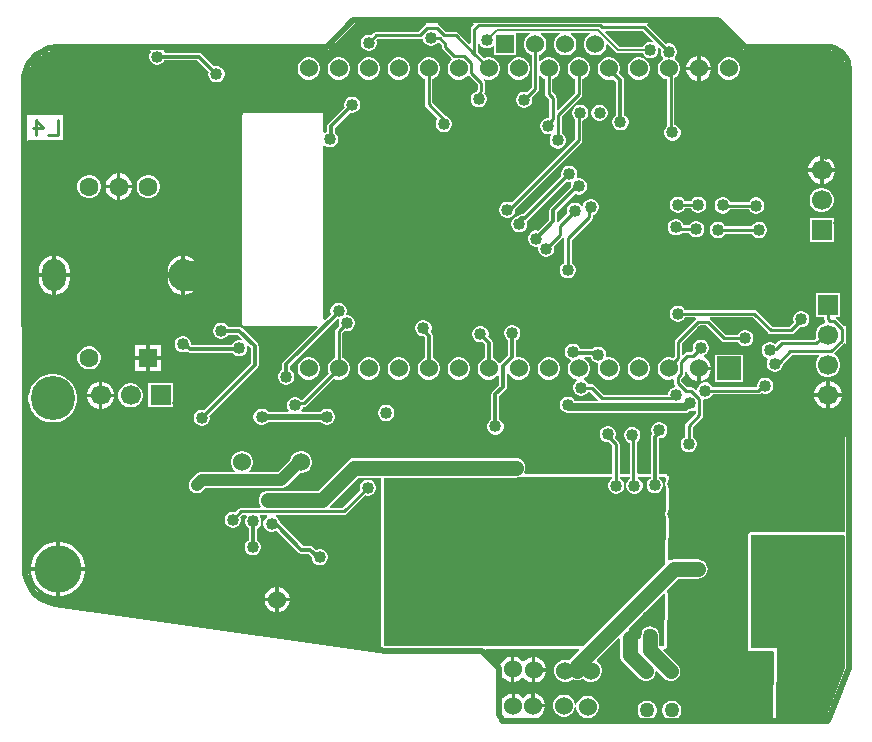
<source format=gbl>
G04*
G04 #@! TF.GenerationSoftware,Altium Limited,Altium Designer,22.2.1 (43)*
G04*
G04 Layer_Physical_Order=2*
G04 Layer_Color=16711680*
%FSLAX25Y25*%
%MOIN*%
G70*
G04*
G04 #@! TF.SameCoordinates,5B388EAC-A044-4A36-8472-2700C52922B7*
G04*
G04*
G04 #@! TF.FilePolarity,Positive*
G04*
G01*
G75*
%ADD12C,0.01000*%
%ADD13C,0.00800*%
%ADD16C,0.01968*%
%ADD17C,0.01200*%
%ADD54C,0.06693*%
%ADD55R,0.06693X0.06693*%
%ADD70C,0.02500*%
%ADD71C,0.02000*%
%ADD72C,0.10000*%
%ADD73C,0.05000*%
%ADD76C,0.04000*%
%ADD79C,0.06000*%
%ADD80R,0.06000X0.06000*%
%ADD81R,0.07874X0.07874*%
%ADD82C,0.15748*%
%ADD83O,0.07874X0.10630*%
%ADD84C,0.06299*%
%ADD85R,0.06299X0.06299*%
%ADD86R,0.06693X0.06693*%
%ADD87C,0.14724*%
%ADD88C,0.04000*%
%ADD89C,0.05000*%
G36*
X209659Y235176D02*
X209400Y234728D01*
X209188Y234784D01*
X208477D01*
X207791Y234600D01*
X207175Y234245D01*
X206672Y233742D01*
X206363Y233206D01*
X198679D01*
X193867Y238017D01*
X194059Y238479D01*
X206356D01*
X209659Y235176D01*
D02*
G37*
G36*
X149925Y240531D02*
X149377Y239982D01*
X149112Y239585D01*
X149018Y239117D01*
Y234311D01*
X148556Y234120D01*
X144881Y237795D01*
X144484Y238061D01*
X144016Y238154D01*
X140672D01*
X138637Y240188D01*
X138240Y240453D01*
X138041Y240493D01*
X138091Y240993D01*
X149734D01*
X149925Y240531D01*
D02*
G37*
G36*
X239601Y232291D02*
X239932Y232070D01*
X240322Y231993D01*
X267488D01*
X267975Y231981D01*
X267988Y231983D01*
X268000Y231980D01*
X268585D01*
X269731Y231752D01*
X270812Y231305D01*
X271784Y230655D01*
X272610Y229829D01*
X273260Y228856D01*
X273707Y227776D01*
X273935Y226630D01*
Y226045D01*
X273926Y140104D01*
X273593Y139952D01*
X273426Y139933D01*
X270802Y142557D01*
X270740Y142598D01*
X270891Y143098D01*
X272100D01*
Y151191D01*
X264007D01*
Y143098D01*
X266830D01*
Y142298D01*
X266924Y141830D01*
X267083Y141592D01*
X266949Y141038D01*
X266492Y140916D01*
X265569Y140383D01*
X264816Y139629D01*
X264283Y138707D01*
X264007Y137678D01*
Y136612D01*
X264146Y136095D01*
X263556Y135506D01*
X252597D01*
X252129Y135413D01*
X251732Y135147D01*
X250555Y133970D01*
X250364Y134161D01*
X249748Y134517D01*
X249062Y134701D01*
X248351D01*
X247664Y134517D01*
X247048Y134161D01*
X246546Y133659D01*
X246190Y133043D01*
X246006Y132356D01*
Y131645D01*
X246190Y130958D01*
X246546Y130343D01*
X247048Y129840D01*
X247664Y129485D01*
X247700Y129475D01*
X247941Y128893D01*
X247784Y128621D01*
X247600Y127935D01*
Y127224D01*
X247784Y126537D01*
X248140Y125921D01*
X248642Y125418D01*
X249258Y125063D01*
X249944Y124879D01*
X250656D01*
X251342Y125063D01*
X251958Y125418D01*
X252461Y125921D01*
X252816Y126537D01*
X253000Y127224D01*
Y127484D01*
X255984Y130468D01*
X264947D01*
X265154Y129968D01*
X264816Y129630D01*
X264283Y128707D01*
X264007Y127678D01*
Y126612D01*
X264283Y125583D01*
X264816Y124660D01*
X265569Y123907D01*
X266492Y123374D01*
X267521Y123099D01*
X268587D01*
X269616Y123374D01*
X270539Y123907D01*
X271292Y124660D01*
X271825Y125583D01*
X272100Y126612D01*
Y127678D01*
X271825Y128707D01*
X271292Y129630D01*
X270539Y130383D01*
X270298Y130522D01*
X270216Y131147D01*
X273425Y134356D01*
X273595Y134337D01*
X273925Y134185D01*
X273918Y71889D01*
X273565Y71471D01*
X273565Y71471D01*
X242500Y71471D01*
X242110Y71393D01*
X241779Y71172D01*
X241558Y70841D01*
X241480Y70451D01*
Y32627D01*
X241558Y32236D01*
X241779Y31906D01*
X242110Y31685D01*
X242500Y31607D01*
X249612D01*
X249964Y31252D01*
X249796Y9689D01*
X249781Y9672D01*
X249390Y9326D01*
X218611D01*
X218404Y9826D01*
X218585Y10008D01*
X219006Y10737D01*
X219224Y11551D01*
Y12394D01*
X219006Y13208D01*
X218585Y13937D01*
X217989Y14533D01*
X217259Y14954D01*
X216446Y15172D01*
X215603D01*
X214789Y14954D01*
X214059Y14533D01*
X213464Y13937D01*
X213042Y13208D01*
X212824Y12394D01*
Y11551D01*
X213042Y10737D01*
X213464Y10008D01*
X213645Y9826D01*
X213438Y9326D01*
X210401D01*
X210194Y9826D01*
X210375Y10008D01*
X210797Y10737D01*
X211015Y11551D01*
Y12394D01*
X210797Y13208D01*
X210375Y13937D01*
X209780Y14533D01*
X209050Y14954D01*
X208236Y15172D01*
X207394D01*
X206580Y14954D01*
X205850Y14533D01*
X205254Y13937D01*
X204833Y13208D01*
X204615Y12394D01*
Y11551D01*
X204833Y10737D01*
X205254Y10008D01*
X205436Y9826D01*
X205228Y9326D01*
X189658D01*
X189524Y9826D01*
X190205Y10220D01*
X190894Y10909D01*
X191381Y11752D01*
X191634Y12694D01*
Y13668D01*
X191381Y14609D01*
X190894Y15452D01*
X190205Y16141D01*
X189362Y16628D01*
X188421Y16881D01*
X187446D01*
X186505Y16628D01*
X185662Y16141D01*
X184973Y15452D01*
X184486Y14609D01*
X184234Y13668D01*
X183739Y13681D01*
Y14049D01*
X183487Y14990D01*
X183000Y15834D01*
X182311Y16522D01*
X181467Y17009D01*
X180526Y17262D01*
X179552D01*
X178611Y17009D01*
X177767Y16522D01*
X177078Y15834D01*
X176591Y14990D01*
X176339Y14049D01*
Y13074D01*
X176591Y12133D01*
X177078Y11290D01*
X177767Y10601D01*
X178611Y10114D01*
X179552Y9862D01*
X180526D01*
X181467Y10114D01*
X182311Y10601D01*
X183000Y11290D01*
X183487Y12133D01*
X183739Y13074D01*
X184234Y13061D01*
Y12694D01*
X184486Y11752D01*
X184973Y10909D01*
X185662Y10220D01*
X186344Y9826D01*
X186209Y9326D01*
X171727D01*
X171593Y9826D01*
X172242Y10201D01*
X173024Y10983D01*
X173577Y11941D01*
X173851Y12962D01*
X169663D01*
Y13562D01*
X169063D01*
Y17749D01*
X168042Y17475D01*
X167084Y16923D01*
X166413Y16251D01*
X165803Y16861D01*
X164845Y17414D01*
X163824Y17687D01*
Y13500D01*
X162624D01*
Y17687D01*
X161603Y17414D01*
X160645Y16861D01*
X159863Y16079D01*
X159805Y15977D01*
X159305Y16111D01*
Y22743D01*
X159805Y22950D01*
X160395Y22360D01*
X161353Y21807D01*
X162374Y21533D01*
Y25721D01*
Y29908D01*
X161353Y29634D01*
X160395Y29081D01*
X159613Y28299D01*
X159159Y27512D01*
X158598Y27365D01*
X153954Y32009D01*
X154161Y32509D01*
X185040D01*
X185231Y32047D01*
X182203Y29020D01*
X181939Y28674D01*
X181021Y28920D01*
X180047D01*
X179106Y28668D01*
X178263Y28181D01*
X177574Y27492D01*
X177087Y26648D01*
X176834Y25707D01*
Y24733D01*
X177087Y23792D01*
X177574Y22948D01*
X178263Y22259D01*
X179106Y21772D01*
X180047Y21520D01*
X181021D01*
X181963Y21772D01*
X182806Y22259D01*
X182967Y22420D01*
X183650Y22138D01*
X184486Y22027D01*
X185321Y22138D01*
X186100Y22460D01*
X186337Y22642D01*
X186732Y22247D01*
X187576Y21759D01*
X188517Y21507D01*
X189491D01*
X190432Y21759D01*
X191276Y22247D01*
X191965Y22936D01*
X192452Y23779D01*
X192704Y24720D01*
Y25695D01*
X192452Y26636D01*
X191965Y27479D01*
X191276Y28168D01*
X191128Y28254D01*
X191062Y28749D01*
X198251Y35938D01*
X198751Y35731D01*
Y30374D01*
X198861Y29539D01*
X199183Y28760D01*
X199696Y28092D01*
X205098Y22690D01*
X205265Y22561D01*
X205415Y22412D01*
X205598Y22306D01*
X205766Y22177D01*
X205961Y22096D01*
X206145Y21991D01*
X206349Y21936D01*
X206544Y21855D01*
X206754Y21827D01*
X206959Y21772D01*
X207170D01*
X207380Y21745D01*
X207590Y21772D01*
X207801D01*
X208005Y21827D01*
X208215Y21855D01*
X208411Y21936D01*
X208615Y21991D01*
X208798Y22096D01*
X208994Y22177D01*
X209161Y22306D01*
X209345Y22412D01*
X209494Y22561D01*
X209662Y22690D01*
X209791Y22858D01*
X209941Y23008D01*
X210046Y23191D01*
X210175Y23359D01*
X210256Y23554D01*
X210362Y23737D01*
X210417Y23942D01*
X210497Y24137D01*
X210525Y24347D01*
X210580Y24551D01*
Y24761D01*
X210583Y24764D01*
X211089Y24958D01*
X213357Y22690D01*
X213525Y22561D01*
X213675Y22412D01*
X213858Y22306D01*
X214026Y22177D01*
X214221Y22096D01*
X214405Y21991D01*
X214609Y21936D01*
X214804Y21855D01*
X215014Y21827D01*
X215218Y21772D01*
X215430D01*
X215640Y21745D01*
X215849Y21772D01*
X216061D01*
X216266Y21827D01*
X216475Y21855D01*
X216670Y21936D01*
X216875Y21991D01*
X217058Y22096D01*
X217254Y22177D01*
X217421Y22306D01*
X217605Y22412D01*
X217754Y22561D01*
X217922Y22690D01*
X218051Y22858D01*
X218200Y23008D01*
X218306Y23191D01*
X218435Y23359D01*
X218516Y23554D01*
X218622Y23737D01*
X218676Y23942D01*
X218757Y24137D01*
X218785Y24347D01*
X218840Y24551D01*
Y24763D01*
X218867Y24972D01*
X218840Y25182D01*
Y25394D01*
X218785Y25598D01*
X218757Y25808D01*
X218676Y26003D01*
X218622Y26208D01*
X218516Y26391D01*
X218435Y26586D01*
X218306Y26754D01*
X218200Y26937D01*
X218051Y27087D01*
X217922Y27255D01*
X213129Y32047D01*
X213321Y32509D01*
X213568D01*
X213758Y32547D01*
X213948Y32583D01*
X213953Y32586D01*
X213958Y32587D01*
X214119Y32695D01*
X214281Y32800D01*
X214284Y32805D01*
X214289Y32808D01*
X214397Y32969D01*
X214506Y33129D01*
X214507Y33134D01*
X214510Y33139D01*
X214548Y33329D01*
X214588Y33518D01*
X214770Y50772D01*
X214769Y50774D01*
X214770Y50777D01*
X214732Y50970D01*
X214696Y51163D01*
X214694Y51165D01*
X214694Y51168D01*
X214586Y51331D01*
X214478Y51496D01*
X214475Y51499D01*
X214398Y51957D01*
X214440Y52127D01*
X218159Y55846D01*
X224715D01*
X225550Y55956D01*
X226329Y56278D01*
X226997Y56791D01*
X227510Y57459D01*
X227833Y58238D01*
X227943Y59073D01*
X227833Y59909D01*
X227510Y60687D01*
X226997Y61356D01*
X226329Y61869D01*
X225550Y62191D01*
X224715Y62301D01*
X216822D01*
X215986Y62191D01*
X215387Y61943D01*
X214965Y62165D01*
X214891Y62255D01*
X215039Y76364D01*
X215026Y76436D01*
X215031Y76508D01*
X214989Y76629D01*
X214966Y76755D01*
X214955Y76772D01*
X214829Y77242D01*
Y77684D01*
X214954Y78152D01*
X214981Y78191D01*
X215009Y78327D01*
X215054Y78458D01*
X215050Y78520D01*
X215063Y78580D01*
X215122Y84214D01*
X215143Y86171D01*
X215129Y86242D01*
X215134Y86315D01*
X215093Y86436D01*
X215069Y86562D01*
X215030Y86623D01*
X215006Y86691D01*
X214930Y86824D01*
X214815Y87251D01*
Y87694D01*
X214930Y88121D01*
X215034Y88301D01*
X215054Y88360D01*
X215089Y88411D01*
X215117Y88547D01*
X215162Y88678D01*
X215158Y88740D01*
X215170Y88800D01*
X215178Y89493D01*
X215177Y89496D01*
X215178Y89499D01*
X215141Y89692D01*
X215104Y89884D01*
X215103Y89886D01*
X215102Y89889D01*
X214994Y90053D01*
X214887Y90217D01*
X214884Y90219D01*
X214883Y90221D01*
X214531Y90577D01*
X214529Y90578D01*
X214528Y90580D01*
X214364Y90689D01*
X214202Y90799D01*
X214199Y90800D01*
X214197Y90801D01*
X214005Y90840D01*
X213812Y90879D01*
X213809Y90878D01*
X213807Y90879D01*
X211681D01*
Y102485D01*
X211817Y102622D01*
X212241D01*
X212927Y102806D01*
X213543Y103161D01*
X214046Y103664D01*
X214401Y104280D01*
X214585Y104966D01*
Y105677D01*
X214401Y106364D01*
X214046Y106980D01*
X213543Y107482D01*
X212927Y107838D01*
X212241Y108022D01*
X211530D01*
X210843Y107838D01*
X210227Y107482D01*
X209725Y106980D01*
X209369Y106364D01*
X209185Y105677D01*
Y104966D01*
X209369Y104280D01*
X209500Y104053D01*
X209418Y103972D01*
X209131Y103542D01*
X209030Y103034D01*
Y90879D01*
X204877D01*
X204601Y91062D01*
X204450Y91263D01*
X204436Y91301D01*
Y101544D01*
X204523Y101595D01*
X205025Y102097D01*
X205381Y102713D01*
X205565Y103400D01*
Y104111D01*
X205381Y104797D01*
X205025Y105413D01*
X204523Y105916D01*
X203907Y106271D01*
X203220Y106455D01*
X202509D01*
X201823Y106271D01*
X201207Y105916D01*
X200704Y105413D01*
X200349Y104797D01*
X200165Y104111D01*
Y103400D01*
X200349Y102713D01*
X200704Y102097D01*
X201207Y101595D01*
X201823Y101239D01*
X201989Y101195D01*
Y90879D01*
X198683D01*
Y100688D01*
X198590Y101156D01*
X198325Y101553D01*
X197095Y102783D01*
X197204Y102971D01*
X197388Y103658D01*
Y104369D01*
X197204Y105055D01*
X196848Y105671D01*
X196346Y106174D01*
X195730Y106529D01*
X195043Y106713D01*
X194332D01*
X193646Y106529D01*
X193030Y106174D01*
X192527Y105671D01*
X192172Y105055D01*
X191988Y104369D01*
Y103658D01*
X192172Y102971D01*
X192527Y102356D01*
X193030Y101853D01*
X193646Y101497D01*
X194332Y101313D01*
X195043D01*
X195091Y101326D01*
X196236Y100181D01*
Y90879D01*
X167151D01*
X166892Y91379D01*
X167139Y91976D01*
X167249Y92811D01*
X167139Y93647D01*
X166817Y94425D01*
X166304Y95094D01*
X165635Y95607D01*
X164857Y95929D01*
X164022Y96039D01*
X110239D01*
X109404Y95929D01*
X108625Y95607D01*
X107957Y95094D01*
X98091Y85228D01*
X81500D01*
X80665Y85118D01*
X79886Y84795D01*
X79218Y84282D01*
X78705Y83614D01*
X78616Y83400D01*
X78484Y83171D01*
X78416Y82916D01*
X78382Y82835D01*
X78371Y82749D01*
X78300Y82484D01*
Y82210D01*
X78272Y82000D01*
X78300Y81790D01*
Y81773D01*
X78304Y81757D01*
X78382Y81165D01*
X78705Y80386D01*
X78983Y80023D01*
X78737Y79523D01*
X72478D01*
X72010Y79430D01*
X71613Y79165D01*
X70503Y78055D01*
X70019Y78185D01*
X69308D01*
X68621Y78001D01*
X68006Y77646D01*
X67503Y77143D01*
X67147Y76527D01*
X66963Y75841D01*
Y75130D01*
X67147Y74443D01*
X67503Y73827D01*
X68006Y73325D01*
X68621Y72969D01*
X69308Y72785D01*
X70019D01*
X70706Y72969D01*
X71321Y73325D01*
X71824Y73827D01*
X72179Y74443D01*
X72363Y75130D01*
Y75841D01*
X72234Y76325D01*
X72985Y77077D01*
X74212D01*
X74403Y76614D01*
X74382Y76593D01*
X74027Y75978D01*
X73843Y75291D01*
Y74580D01*
X74027Y73893D01*
X74382Y73278D01*
X74885Y72775D01*
X75138Y72629D01*
Y68743D01*
X74726Y68506D01*
X74223Y68003D01*
X73867Y67387D01*
X73683Y66701D01*
Y65990D01*
X73867Y65303D01*
X74223Y64687D01*
X74726Y64185D01*
X75341Y63829D01*
X76028Y63645D01*
X76739D01*
X77425Y63829D01*
X78041Y64185D01*
X78544Y64687D01*
X78899Y65303D01*
X79083Y65990D01*
Y66701D01*
X78899Y67387D01*
X78544Y68003D01*
X78041Y68506D01*
X77789Y68652D01*
Y72537D01*
X78200Y72775D01*
X78703Y73278D01*
X79059Y73893D01*
X79243Y74580D01*
Y75291D01*
X79059Y75978D01*
X78703Y76593D01*
X78682Y76614D01*
X78873Y77077D01*
X81118D01*
X81252Y76577D01*
X80956Y76406D01*
X80453Y75903D01*
X80098Y75287D01*
X79914Y74601D01*
Y73890D01*
X80098Y73203D01*
X80453Y72587D01*
X80956Y72085D01*
X81572Y71729D01*
X82258Y71545D01*
X82969D01*
X83656Y71729D01*
X84170Y72026D01*
X91645Y64552D01*
X92075Y64264D01*
X92582Y64163D01*
X94967D01*
X95987Y63143D01*
Y62623D01*
X96171Y61936D01*
X96527Y61321D01*
X97029Y60818D01*
X97645Y60463D01*
X98332Y60279D01*
X99043D01*
X99729Y60463D01*
X100345Y60818D01*
X100848Y61321D01*
X101203Y61936D01*
X101387Y62623D01*
Y63334D01*
X101203Y64021D01*
X100848Y64636D01*
X100345Y65139D01*
X99729Y65495D01*
X99043Y65679D01*
X98332D01*
X97645Y65495D01*
X97480Y65399D01*
X96454Y66426D01*
X96024Y66713D01*
X95516Y66814D01*
X93131D01*
X85644Y74301D01*
X85314Y74522D01*
Y74601D01*
X85130Y75287D01*
X84774Y75903D01*
X84272Y76406D01*
X83976Y76577D01*
X84110Y77077D01*
X106740D01*
X107208Y77170D01*
X107605Y77435D01*
X113816Y83646D01*
X114301Y83517D01*
X115012D01*
X115698Y83701D01*
X116314Y84056D01*
X116817Y84559D01*
X117172Y85174D01*
X117356Y85861D01*
Y86572D01*
X117172Y87259D01*
X116817Y87874D01*
X116314Y88377D01*
X115698Y88732D01*
X115012Y88916D01*
X114301D01*
X113614Y88732D01*
X112998Y88377D01*
X112496Y87874D01*
X112140Y87259D01*
X111956Y86572D01*
Y85861D01*
X112086Y85377D01*
X106233Y79523D01*
X102223D01*
X102016Y80023D01*
X111576Y89584D01*
X119142D01*
Y33529D01*
X119175Y33367D01*
X118815Y32913D01*
X10667Y48442D01*
X9702Y48603D01*
X7836Y49264D01*
X6115Y50240D01*
X4591Y51503D01*
X3312Y53013D01*
X2316Y54724D01*
X1634Y56582D01*
X1288Y58530D01*
Y59520D01*
X1288Y59521D01*
X1288Y59522D01*
X1197Y114870D01*
X1696Y114920D01*
X1949Y113648D01*
X2557Y112181D01*
X3440Y110861D01*
X4562Y109738D01*
X5883Y108855D01*
X7350Y108248D01*
X8908Y107938D01*
X10496D01*
X12054Y108248D01*
X13521Y108855D01*
X14841Y109738D01*
X15964Y110861D01*
X16846Y112181D01*
X17454Y113648D01*
X17764Y115206D01*
Y116794D01*
X17454Y118352D01*
X16846Y119819D01*
X15964Y121139D01*
X14841Y122262D01*
X13521Y123145D01*
X12054Y123752D01*
X10496Y124062D01*
X8908D01*
X7350Y123752D01*
X5883Y123145D01*
X4562Y122262D01*
X3440Y121139D01*
X2557Y119819D01*
X1949Y118352D01*
X1693Y117062D01*
X1193Y117111D01*
X1052Y201882D01*
X1552Y202053D01*
X13212D01*
Y210452D01*
X1538D01*
X1481Y210452D01*
X1038Y210589D01*
X1020Y221530D01*
Y222213D01*
X1198Y223571D01*
X1553Y224895D01*
X2077Y226161D01*
X2763Y227347D01*
X3597Y228434D01*
X4566Y229403D01*
X5653Y230238D01*
X6839Y230923D01*
X8105Y231447D01*
X9429Y231802D01*
X10787Y231980D01*
X11472D01*
X11604Y232007D01*
X11739Y232016D01*
X12060Y232103D01*
X42193D01*
X42400Y231603D01*
X42377Y231580D01*
X42021Y230964D01*
X41837Y230277D01*
Y229567D01*
X42021Y228880D01*
X42377Y228264D01*
X42879Y227761D01*
X43495Y227406D01*
X44182Y227222D01*
X44893D01*
X45579Y227406D01*
X46195Y227761D01*
X46698Y228264D01*
X46890Y228596D01*
X57772D01*
X61642Y224726D01*
X61543Y224356D01*
Y223644D01*
X61727Y222958D01*
X62082Y222342D01*
X62585Y221839D01*
X63200Y221484D01*
X63887Y221300D01*
X64598D01*
X65285Y221484D01*
X65900Y221839D01*
X66403Y222342D01*
X66759Y222958D01*
X66943Y223644D01*
Y224356D01*
X66759Y225042D01*
X66403Y225658D01*
X65900Y226161D01*
X65285Y226516D01*
X64598Y226700D01*
X63887D01*
X63516Y226601D01*
X59258Y230859D01*
X58828Y231147D01*
X58321Y231247D01*
X46972D01*
X46702Y231670D01*
X46881Y232103D01*
X100995D01*
X101385Y232181D01*
X101716Y232402D01*
X110307Y240993D01*
X134090D01*
X134139Y240493D01*
X133940Y240453D01*
X133543Y240188D01*
X131509Y238154D01*
X117484D01*
X117016Y238061D01*
X116619Y237795D01*
X115855Y237031D01*
X115356Y237165D01*
X114645D01*
X113958Y236981D01*
X113342Y236625D01*
X112839Y236123D01*
X112484Y235507D01*
X112300Y234820D01*
Y234109D01*
X112484Y233423D01*
X112839Y232807D01*
X113342Y232304D01*
X113958Y231949D01*
X114645Y231765D01*
X115356D01*
X116042Y231949D01*
X116658Y232304D01*
X117160Y232807D01*
X117516Y233423D01*
X117700Y234109D01*
Y234820D01*
X117574Y235290D01*
X117991Y235707D01*
X132016D01*
X132484Y235800D01*
X132534Y235833D01*
X132673Y235815D01*
X133079Y235596D01*
X133218Y235081D01*
X133573Y234465D01*
X134076Y233962D01*
X134692Y233607D01*
X135378Y233423D01*
X136089D01*
X136776Y233607D01*
X137391Y233962D01*
X137894Y234465D01*
X138480Y234480D01*
X139276Y233685D01*
Y233129D01*
X139369Y232661D01*
X139634Y232264D01*
X142529Y229369D01*
X142606Y229191D01*
X142547Y228726D01*
X142039Y228218D01*
X141552Y227374D01*
X141300Y226433D01*
Y225459D01*
X141552Y224518D01*
X142039Y223674D01*
X142728Y222985D01*
X143572Y222498D01*
X144513Y222246D01*
X145487D01*
X146428Y222498D01*
X147272Y222985D01*
X147780Y223494D01*
X148245Y223552D01*
X148423Y223475D01*
X151299Y220599D01*
Y218933D01*
X151091Y218623D01*
X151036Y218344D01*
X150658Y218243D01*
X150042Y217887D01*
X149540Y217384D01*
X149184Y216769D01*
X149000Y216082D01*
Y215371D01*
X149184Y214684D01*
X149540Y214069D01*
X150042Y213566D01*
X150658Y213211D01*
X151345Y213026D01*
X152056D01*
X152742Y213211D01*
X153358Y213566D01*
X153861Y214069D01*
X154216Y214684D01*
X154400Y215371D01*
Y216082D01*
X154216Y216769D01*
X153861Y217384D01*
X153495Y217751D01*
X153653Y217987D01*
X153746Y218455D01*
Y221106D01*
X153653Y221574D01*
X153387Y221971D01*
X153254Y222104D01*
X153561Y222504D01*
X153572Y222498D01*
X154513Y222246D01*
X155487D01*
X156428Y222498D01*
X157272Y222985D01*
X157961Y223674D01*
X158448Y224518D01*
X158700Y225459D01*
Y226433D01*
X158448Y227374D01*
X157961Y228218D01*
X157272Y228907D01*
X156428Y229394D01*
X155487Y229646D01*
X154513D01*
X153572Y229394D01*
X153388Y229288D01*
X151465Y231211D01*
Y234005D01*
X151965Y234139D01*
X152198Y233736D01*
X152701Y233233D01*
X153317Y232878D01*
X154003Y232694D01*
X154714D01*
X155401Y232878D01*
X156017Y233233D01*
X156300Y233517D01*
X156800Y233310D01*
Y230300D01*
X164200D01*
Y237700D01*
X164671Y237771D01*
X168632D01*
X168766Y237271D01*
X168228Y236961D01*
X167539Y236272D01*
X167052Y235428D01*
X166800Y234487D01*
Y233513D01*
X167052Y232572D01*
X167539Y231728D01*
X168228Y231039D01*
X169072Y230552D01*
X169276Y230497D01*
Y219733D01*
X167664Y218120D01*
X167179Y218250D01*
X166468D01*
X165781Y218066D01*
X165166Y217710D01*
X164663Y217208D01*
X164308Y216592D01*
X164124Y215905D01*
Y215195D01*
X164308Y214508D01*
X164663Y213892D01*
X165166Y213389D01*
X165781Y213034D01*
X166468Y212850D01*
X167179D01*
X167866Y213034D01*
X168481Y213389D01*
X168984Y213892D01*
X169340Y214508D01*
X169524Y215195D01*
Y215905D01*
X169394Y216390D01*
X171365Y218361D01*
X171630Y218758D01*
X171723Y219226D01*
Y223283D01*
X172223Y223490D01*
X172728Y222985D01*
X173572Y222498D01*
X173776Y222443D01*
Y217532D01*
X173870Y217064D01*
X174135Y216667D01*
X175193Y215609D01*
Y209562D01*
X174974Y209344D01*
X174461D01*
X173774Y209159D01*
X173158Y208804D01*
X172656Y208301D01*
X172300Y207686D01*
X172116Y206999D01*
Y206288D01*
X172300Y205601D01*
X172656Y204986D01*
X173158Y204483D01*
X173774Y204128D01*
X174461Y203943D01*
X175172D01*
X175607Y204060D01*
X175865Y203612D01*
X175856Y203602D01*
X175500Y202986D01*
X175316Y202300D01*
Y201589D01*
X175500Y200902D01*
X175856Y200286D01*
X176358Y199784D01*
X176974Y199428D01*
X177661Y199244D01*
X178372D01*
X179058Y199428D01*
X179674Y199784D01*
X180177Y200286D01*
X180532Y200902D01*
X180716Y201589D01*
Y202300D01*
X180532Y202986D01*
X180177Y203602D01*
X179674Y204105D01*
X179340Y204298D01*
Y209915D01*
X185865Y216441D01*
X186130Y216838D01*
X186223Y217306D01*
Y222443D01*
X186428Y222498D01*
X187272Y222985D01*
X187961Y223674D01*
X188448Y224518D01*
X188700Y225459D01*
Y226433D01*
X188448Y227374D01*
X187961Y228218D01*
X187272Y228907D01*
X186428Y229394D01*
X185487Y229646D01*
X184513D01*
X183572Y229394D01*
X182728Y228907D01*
X182039Y228218D01*
X181552Y227374D01*
X181300Y226433D01*
Y225459D01*
X181552Y224518D01*
X182039Y223674D01*
X182728Y222985D01*
X183572Y222498D01*
X183776Y222443D01*
Y217813D01*
X178102Y212138D01*
X177640Y212329D01*
Y216116D01*
X177547Y216584D01*
X177281Y216981D01*
X176224Y218039D01*
Y222443D01*
X176428Y222498D01*
X177272Y222985D01*
X177961Y223674D01*
X178448Y224518D01*
X178700Y225459D01*
Y226433D01*
X178448Y227374D01*
X177961Y228218D01*
X177272Y228907D01*
X176428Y229394D01*
X175487Y229646D01*
X174513D01*
X173572Y229394D01*
X172728Y228907D01*
X172223Y228402D01*
X171723Y228609D01*
Y230497D01*
X171928Y230552D01*
X172772Y231039D01*
X173461Y231728D01*
X173948Y232572D01*
X174200Y233513D01*
Y234487D01*
X173948Y235428D01*
X173461Y236272D01*
X172772Y236961D01*
X172234Y237271D01*
X172368Y237771D01*
X178632D01*
X178766Y237271D01*
X178228Y236961D01*
X177539Y236272D01*
X177052Y235428D01*
X176800Y234487D01*
Y233513D01*
X177052Y232572D01*
X177539Y231728D01*
X178228Y231039D01*
X179072Y230552D01*
X180013Y230300D01*
X180987D01*
X181928Y230552D01*
X182772Y231039D01*
X183461Y231728D01*
X183948Y232572D01*
X184200Y233513D01*
Y234487D01*
X183948Y235428D01*
X183461Y236272D01*
X182772Y236961D01*
X182234Y237271D01*
X182368Y237771D01*
X188632D01*
X188766Y237271D01*
X188228Y236961D01*
X187539Y236272D01*
X187052Y235428D01*
X186800Y234487D01*
Y233513D01*
X187052Y232572D01*
X187539Y231728D01*
X188228Y231039D01*
X189072Y230552D01*
X190013Y230300D01*
X190987D01*
X191928Y230552D01*
X192772Y231039D01*
X193461Y231728D01*
X193948Y232572D01*
X194200Y233513D01*
Y233805D01*
X194700Y234012D01*
X197421Y231291D01*
X197421Y231291D01*
X197785Y231048D01*
X198214Y230963D01*
X198214Y230963D01*
X206363D01*
X206672Y230427D01*
X207175Y229924D01*
X207791Y229568D01*
X208477Y229384D01*
X209188D01*
X209875Y229568D01*
X210491Y229924D01*
X210993Y230427D01*
X211349Y231042D01*
X211533Y231729D01*
Y232440D01*
X211476Y232652D01*
X211924Y232911D01*
X212430Y232405D01*
X212300Y231921D01*
Y231210D01*
X212484Y230523D01*
X212840Y229907D01*
X213067Y229680D01*
X212985Y229055D01*
X212728Y228907D01*
X212039Y228218D01*
X211552Y227374D01*
X211300Y226433D01*
Y225459D01*
X211552Y224518D01*
X212039Y223674D01*
X212728Y222985D01*
X213572Y222498D01*
X214436Y222267D01*
Y206618D01*
X214073Y206255D01*
X213717Y205639D01*
X213533Y204953D01*
Y204242D01*
X213717Y203555D01*
X214073Y202939D01*
X214575Y202437D01*
X215191Y202081D01*
X215878Y201897D01*
X216589D01*
X217275Y202081D01*
X217891Y202437D01*
X218394Y202939D01*
X218749Y203555D01*
X218933Y204242D01*
Y204953D01*
X218749Y205639D01*
X218394Y206255D01*
X217891Y206758D01*
X217275Y207113D01*
X216883Y207218D01*
Y222761D01*
X217272Y222985D01*
X217961Y223674D01*
X218448Y224518D01*
X218700Y225459D01*
Y226433D01*
X218448Y227374D01*
X217961Y228218D01*
X217272Y228907D01*
X217015Y229055D01*
X216933Y229680D01*
X217161Y229907D01*
X217516Y230523D01*
X217700Y231210D01*
Y231921D01*
X217516Y232607D01*
X217161Y233223D01*
X216658Y233726D01*
X216042Y234081D01*
X215355Y234265D01*
X214645D01*
X214160Y234135D01*
X207803Y240493D01*
X207866Y240791D01*
X207992Y240993D01*
X230899D01*
X239601Y232291D01*
D02*
G37*
G36*
X214158Y89504D02*
X214151Y88811D01*
X213980Y88515D01*
X213796Y87828D01*
Y87117D01*
X213980Y86430D01*
X214123Y86182D01*
X214103Y84225D01*
X214043Y78591D01*
X213993Y78505D01*
X213809Y77818D01*
Y77107D01*
X213993Y76421D01*
X214020Y76375D01*
X213854Y60670D01*
X186713Y33529D01*
X120162D01*
Y89584D01*
X164022D01*
X164857Y89694D01*
X165257Y89859D01*
X196236D01*
Y89336D01*
X195802Y89085D01*
X195299Y88582D01*
X194944Y87967D01*
X194760Y87280D01*
Y86569D01*
X194944Y85882D01*
X195299Y85267D01*
X195802Y84764D01*
X196418Y84409D01*
X197104Y84225D01*
X197815D01*
X198502Y84409D01*
X199118Y84764D01*
X199620Y85267D01*
X199976Y85882D01*
X200160Y86569D01*
Y87280D01*
X199976Y87967D01*
X199620Y88582D01*
X199118Y89085D01*
X198683Y89336D01*
Y89859D01*
X201989D01*
Y89135D01*
X201902Y89085D01*
X201400Y88582D01*
X201044Y87967D01*
X200860Y87280D01*
Y86569D01*
X201044Y85882D01*
X201400Y85267D01*
X201902Y84764D01*
X202518Y84409D01*
X203205Y84225D01*
X203916D01*
X204602Y84409D01*
X205218Y84764D01*
X205721Y85267D01*
X206076Y85882D01*
X206260Y86569D01*
Y87280D01*
X206076Y87967D01*
X205721Y88582D01*
X205218Y89085D01*
X204743Y89359D01*
X204877Y89859D01*
X209030D01*
Y89349D01*
X208698Y89157D01*
X208195Y88655D01*
X207839Y88039D01*
X207655Y87353D01*
Y86642D01*
X207839Y85955D01*
X208195Y85339D01*
X208698Y84837D01*
X209313Y84481D01*
X210000Y84297D01*
X210711D01*
X211398Y84481D01*
X212013Y84837D01*
X212516Y85339D01*
X212871Y85955D01*
X213055Y86642D01*
Y87353D01*
X212871Y88039D01*
X212516Y88655D01*
X212013Y89157D01*
X211681Y89349D01*
Y89859D01*
X213807D01*
X214158Y89504D01*
D02*
G37*
G36*
X213750Y50782D02*
X213568Y33529D01*
X211879D01*
Y36738D01*
X211769Y37573D01*
X211447Y38352D01*
X210934Y39020D01*
X210265Y39533D01*
X209487Y39855D01*
X208652Y39965D01*
X207816Y39855D01*
X207038Y39533D01*
X206369Y39020D01*
X205856Y38352D01*
X205534Y37573D01*
X205499Y37304D01*
X204985Y37237D01*
X204774Y37748D01*
X204261Y38416D01*
X203592Y38929D01*
X202814Y39252D01*
X202335Y39315D01*
X202155Y39843D01*
X213289Y50976D01*
X213750Y50782D01*
D02*
G37*
G36*
X273565Y70451D02*
X273918Y70098D01*
X273913Y26240D01*
X267528Y9326D01*
X251168D01*
X250816Y9681D01*
X250994Y32627D01*
X242500D01*
Y70451D01*
X273565Y70451D01*
D02*
G37*
%LPC*%
G36*
X225600Y230134D02*
Y226546D01*
X229187D01*
X228914Y227567D01*
X228361Y228525D01*
X227579Y229307D01*
X226621Y229860D01*
X225600Y230134D01*
D02*
G37*
G36*
X224400Y230134D02*
X223379Y229860D01*
X222421Y229307D01*
X221639Y228525D01*
X221086Y227567D01*
X220813Y226546D01*
X224400D01*
Y230134D01*
D02*
G37*
G36*
X235487Y229646D02*
X234513D01*
X233572Y229394D01*
X232728Y228907D01*
X232039Y228218D01*
X231552Y227374D01*
X231300Y226433D01*
Y225459D01*
X231552Y224518D01*
X232039Y223674D01*
X232728Y222985D01*
X233572Y222498D01*
X234513Y222246D01*
X235487D01*
X236428Y222498D01*
X237272Y222985D01*
X237961Y223674D01*
X238448Y224518D01*
X238700Y225459D01*
Y226433D01*
X238448Y227374D01*
X237961Y228218D01*
X237272Y228907D01*
X236428Y229394D01*
X235487Y229646D01*
D02*
G37*
G36*
X205487D02*
X204513D01*
X203572Y229394D01*
X202728Y228907D01*
X202039Y228218D01*
X201552Y227374D01*
X201300Y226433D01*
Y225459D01*
X201552Y224518D01*
X202039Y223674D01*
X202728Y222985D01*
X203572Y222498D01*
X204513Y222246D01*
X205487D01*
X206428Y222498D01*
X207272Y222985D01*
X207961Y223674D01*
X208448Y224518D01*
X208700Y225459D01*
Y226433D01*
X208448Y227374D01*
X207961Y228218D01*
X207272Y228907D01*
X206428Y229394D01*
X205487Y229646D01*
D02*
G37*
G36*
X165487D02*
X164513D01*
X163572Y229394D01*
X162728Y228907D01*
X162039Y228218D01*
X161552Y227374D01*
X161300Y226433D01*
Y225459D01*
X161552Y224518D01*
X162039Y223674D01*
X162728Y222985D01*
X163572Y222498D01*
X164513Y222246D01*
X165487D01*
X166428Y222498D01*
X167272Y222985D01*
X167961Y223674D01*
X168448Y224518D01*
X168700Y225459D01*
Y226433D01*
X168448Y227374D01*
X167961Y228218D01*
X167272Y228907D01*
X166428Y229394D01*
X165487Y229646D01*
D02*
G37*
G36*
X125487D02*
X124513D01*
X123572Y229394D01*
X122728Y228907D01*
X122039Y228218D01*
X121552Y227374D01*
X121300Y226433D01*
Y225459D01*
X121552Y224518D01*
X122039Y223674D01*
X122728Y222985D01*
X123572Y222498D01*
X124513Y222246D01*
X125487D01*
X126428Y222498D01*
X127272Y222985D01*
X127961Y223674D01*
X128448Y224518D01*
X128700Y225459D01*
Y226433D01*
X128448Y227374D01*
X127961Y228218D01*
X127272Y228907D01*
X126428Y229394D01*
X125487Y229646D01*
D02*
G37*
G36*
X115487D02*
X114513D01*
X113572Y229394D01*
X112728Y228907D01*
X112039Y228218D01*
X111552Y227374D01*
X111300Y226433D01*
Y225459D01*
X111552Y224518D01*
X112039Y223674D01*
X112728Y222985D01*
X113572Y222498D01*
X114513Y222246D01*
X115487D01*
X116428Y222498D01*
X117272Y222985D01*
X117961Y223674D01*
X118448Y224518D01*
X118700Y225459D01*
Y226433D01*
X118448Y227374D01*
X117961Y228218D01*
X117272Y228907D01*
X116428Y229394D01*
X115487Y229646D01*
D02*
G37*
G36*
X105487D02*
X104513D01*
X103572Y229394D01*
X102728Y228907D01*
X102039Y228218D01*
X101552Y227374D01*
X101300Y226433D01*
Y225459D01*
X101552Y224518D01*
X102039Y223674D01*
X102728Y222985D01*
X103572Y222498D01*
X104513Y222246D01*
X105487D01*
X106428Y222498D01*
X107272Y222985D01*
X107961Y223674D01*
X108448Y224518D01*
X108700Y225459D01*
Y226433D01*
X108448Y227374D01*
X107961Y228218D01*
X107272Y228907D01*
X106428Y229394D01*
X105487Y229646D01*
D02*
G37*
G36*
X95487D02*
X94513D01*
X93572Y229394D01*
X92728Y228907D01*
X92039Y228218D01*
X91552Y227374D01*
X91300Y226433D01*
Y225459D01*
X91552Y224518D01*
X92039Y223674D01*
X92728Y222985D01*
X93572Y222498D01*
X94513Y222246D01*
X95487D01*
X96428Y222498D01*
X97272Y222985D01*
X97961Y223674D01*
X98448Y224518D01*
X98700Y225459D01*
Y226433D01*
X98448Y227374D01*
X97961Y228218D01*
X97272Y228907D01*
X96428Y229394D01*
X95487Y229646D01*
D02*
G37*
G36*
X229187Y225346D02*
X225600D01*
Y221759D01*
X226621Y222032D01*
X227579Y222585D01*
X228361Y223367D01*
X228914Y224325D01*
X229187Y225346D01*
D02*
G37*
G36*
X224400D02*
X220813D01*
X221086Y224325D01*
X221639Y223367D01*
X222421Y222585D01*
X223379Y222032D01*
X224400Y221759D01*
Y225346D01*
D02*
G37*
G36*
X109887Y216543D02*
X109176D01*
X108490Y216359D01*
X107874Y216004D01*
X107371Y215501D01*
X107016Y214886D01*
X106832Y214199D01*
Y213488D01*
X106931Y213117D01*
X101362Y207548D01*
X101075Y207118D01*
X100974Y206611D01*
Y204899D01*
X100428Y204585D01*
X100387Y204543D01*
X99887Y204750D01*
Y210513D01*
X99833Y210786D01*
X99678Y211018D01*
X99446Y211172D01*
X99173Y211227D01*
X73622D01*
X73349Y211172D01*
X73117Y211018D01*
X72963Y210786D01*
X72908Y210513D01*
Y140867D01*
X72963Y140594D01*
X73117Y140363D01*
X73349Y140208D01*
X73622Y140154D01*
X97770D01*
X97961Y139692D01*
X86531Y128261D01*
X86243Y127831D01*
X86142Y127324D01*
Y125596D01*
X85810Y125404D01*
X85307Y124901D01*
X84952Y124285D01*
X84768Y123599D01*
Y122888D01*
X84952Y122201D01*
X85307Y121585D01*
X85810Y121083D01*
X86426Y120727D01*
X87112Y120543D01*
X87823D01*
X88510Y120727D01*
X89126Y121083D01*
X89628Y121585D01*
X89984Y122201D01*
X90168Y122888D01*
Y123599D01*
X89984Y124285D01*
X89628Y124901D01*
X89126Y125404D01*
X88793Y125596D01*
Y126775D01*
X104448Y142429D01*
X104592Y142390D01*
X104824D01*
X104948Y142276D01*
X105160Y141890D01*
X105017Y141356D01*
Y140645D01*
X105146Y140161D01*
X104135Y139149D01*
X103870Y138752D01*
X103777Y138284D01*
Y129449D01*
X103572Y129394D01*
X102728Y128907D01*
X102039Y128218D01*
X101552Y127374D01*
X101300Y126433D01*
Y125459D01*
X101552Y124518D01*
X101658Y124335D01*
X92914Y115591D01*
X92371D01*
X92083Y115879D01*
X91467Y116234D01*
X90780Y116418D01*
X90069D01*
X89383Y116234D01*
X88767Y115879D01*
X88264Y115376D01*
X87909Y114760D01*
X87725Y114074D01*
Y113363D01*
X87909Y112676D01*
X88264Y112060D01*
X88294Y112030D01*
X88103Y111569D01*
X81343D01*
X80946Y111965D01*
X80330Y112320D01*
X79644Y112504D01*
X78933D01*
X78246Y112320D01*
X77630Y111965D01*
X77128Y111462D01*
X76772Y110847D01*
X76588Y110160D01*
Y109449D01*
X76772Y108762D01*
X77128Y108147D01*
X77630Y107644D01*
X78246Y107289D01*
X78933Y107105D01*
X79644D01*
X80330Y107289D01*
X80946Y107644D01*
X81404Y108102D01*
X98919D01*
X99316Y107705D01*
X99932Y107350D01*
X100618Y107166D01*
X101329D01*
X102016Y107350D01*
X102632Y107705D01*
X103134Y108208D01*
X103490Y108824D01*
X103674Y109511D01*
Y110222D01*
X103490Y110908D01*
X103134Y111524D01*
X102632Y112027D01*
X102016Y112382D01*
X101329Y112566D01*
X100618D01*
X99932Y112382D01*
X99316Y112027D01*
X98858Y111569D01*
X92747D01*
X92555Y112030D01*
X92585Y112060D01*
X92941Y112676D01*
X93046Y113069D01*
X93346D01*
X93814Y113162D01*
X94211Y113427D01*
X103388Y122604D01*
X103572Y122498D01*
X104513Y122246D01*
X105487D01*
X106428Y122498D01*
X107272Y122985D01*
X107961Y123674D01*
X108448Y124518D01*
X108700Y125459D01*
Y126433D01*
X108448Y127374D01*
X107961Y128218D01*
X107272Y128907D01*
X106428Y129394D01*
X106223Y129449D01*
Y137777D01*
X106877Y138431D01*
X107361Y138301D01*
X108072D01*
X108759Y138485D01*
X109374Y138840D01*
X109877Y139343D01*
X110232Y139959D01*
X110416Y140645D01*
Y141356D01*
X110232Y142043D01*
X109877Y142658D01*
X109374Y143161D01*
X108759Y143517D01*
X108072Y143701D01*
X107840D01*
X107716Y143815D01*
X107504Y144201D01*
X107647Y144735D01*
Y145446D01*
X107463Y146133D01*
X107108Y146748D01*
X106605Y147251D01*
X105989Y147606D01*
X105303Y147790D01*
X104592D01*
X103905Y147606D01*
X103289Y147251D01*
X102787Y146748D01*
X102431Y146133D01*
X102247Y145446D01*
Y144735D01*
X102407Y144137D01*
X100349Y142079D01*
X99887Y142270D01*
Y200098D01*
X100387Y200305D01*
X100428Y200263D01*
X101044Y199908D01*
X101731Y199724D01*
X102442D01*
X103128Y199908D01*
X103744Y200263D01*
X104247Y200766D01*
X104602Y201382D01*
X104786Y202068D01*
Y202779D01*
X104602Y203466D01*
X104247Y204082D01*
X103744Y204585D01*
X103625Y204653D01*
Y206062D01*
X108806Y211243D01*
X109176Y211143D01*
X109887D01*
X110574Y211327D01*
X111190Y211683D01*
X111692Y212186D01*
X112048Y212801D01*
X112232Y213488D01*
Y214199D01*
X112048Y214886D01*
X111692Y215501D01*
X111190Y216004D01*
X110574Y216359D01*
X109887Y216543D01*
D02*
G37*
G36*
X192284Y213856D02*
X191573D01*
X190886Y213672D01*
X190270Y213316D01*
X189768Y212813D01*
X189412Y212198D01*
X189228Y211511D01*
Y210800D01*
X189412Y210114D01*
X189768Y209498D01*
X190270Y208995D01*
X190886Y208640D01*
X191573Y208456D01*
X192284D01*
X192970Y208640D01*
X193586Y208995D01*
X194089Y209498D01*
X194444Y210114D01*
X194628Y210800D01*
Y211511D01*
X194444Y212198D01*
X194089Y212813D01*
X193586Y213316D01*
X192970Y213672D01*
X192284Y213856D01*
D02*
G37*
G36*
X195487Y229646D02*
X194513D01*
X193572Y229394D01*
X192728Y228907D01*
X192039Y228218D01*
X191552Y227374D01*
X191300Y226433D01*
Y225459D01*
X191552Y224518D01*
X192039Y223674D01*
X192728Y222985D01*
X193572Y222498D01*
X194513Y222246D01*
X195487D01*
X196428Y222498D01*
X196490Y222534D01*
X197581Y221444D01*
Y210433D01*
X197248Y210242D01*
X196746Y209739D01*
X196390Y209123D01*
X196206Y208436D01*
Y207726D01*
X196390Y207039D01*
X196746Y206423D01*
X197248Y205920D01*
X197864Y205565D01*
X198551Y205381D01*
X199262D01*
X199948Y205565D01*
X200564Y205920D01*
X201067Y206423D01*
X201422Y207039D01*
X201606Y207726D01*
Y208436D01*
X201422Y209123D01*
X201067Y209739D01*
X200564Y210242D01*
X200232Y210433D01*
Y221992D01*
X200131Y222500D01*
X199843Y222930D01*
X198377Y224396D01*
X198448Y224518D01*
X198700Y225459D01*
Y226433D01*
X198448Y227374D01*
X197961Y228218D01*
X197272Y228907D01*
X196428Y229394D01*
X195487Y229646D01*
D02*
G37*
G36*
X135487D02*
X134513D01*
X133572Y229394D01*
X132728Y228907D01*
X132039Y228218D01*
X131552Y227374D01*
X131300Y226433D01*
Y225459D01*
X131552Y224518D01*
X132039Y223674D01*
X132728Y222985D01*
X133572Y222498D01*
X133776Y222443D01*
Y213934D01*
X133870Y213466D01*
X134135Y213069D01*
X137981Y209223D01*
X137839Y209082D01*
X137484Y208466D01*
X137300Y207779D01*
Y207068D01*
X137484Y206382D01*
X137839Y205766D01*
X138342Y205263D01*
X138958Y204908D01*
X139645Y204724D01*
X140356D01*
X141042Y204908D01*
X141658Y205263D01*
X142160Y205766D01*
X142516Y206382D01*
X142700Y207068D01*
Y207779D01*
X142516Y208466D01*
X142160Y209082D01*
X141658Y209584D01*
X141042Y209940D01*
X140609Y210056D01*
X136223Y214441D01*
Y222443D01*
X136428Y222498D01*
X137272Y222985D01*
X137961Y223674D01*
X138448Y224518D01*
X138700Y225459D01*
Y226433D01*
X138448Y227374D01*
X137961Y228218D01*
X137272Y228907D01*
X136428Y229394D01*
X135487Y229646D01*
D02*
G37*
G36*
X266600Y196655D02*
Y192709D01*
X270546D01*
X270237Y193863D01*
X269638Y194900D01*
X268792Y195747D01*
X267755Y196345D01*
X266600Y196655D01*
D02*
G37*
G36*
X265400Y196655D02*
X264245Y196345D01*
X263208Y195747D01*
X262362Y194900D01*
X261763Y193863D01*
X261454Y192709D01*
X265400D01*
Y196655D01*
D02*
G37*
G36*
X270546Y191508D02*
X266600D01*
Y187563D01*
X267755Y187872D01*
X268792Y188470D01*
X269638Y189317D01*
X270237Y190354D01*
X270546Y191508D01*
D02*
G37*
G36*
X265400D02*
X261454D01*
X261763Y190354D01*
X262362Y189317D01*
X263208Y188470D01*
X264245Y187872D01*
X265400Y187563D01*
Y191508D01*
D02*
G37*
G36*
X32214Y190933D02*
Y187190D01*
X35956D01*
X35667Y188269D01*
X35095Y189261D01*
X34285Y190071D01*
X33293Y190644D01*
X32214Y190933D01*
D02*
G37*
G36*
X31014Y190933D02*
X29935Y190644D01*
X28943Y190071D01*
X28134Y189261D01*
X27561Y188269D01*
X27272Y187190D01*
X31014D01*
Y190933D01*
D02*
G37*
G36*
X182194Y193580D02*
X181483D01*
X180796Y193396D01*
X180181Y193040D01*
X179678Y192537D01*
X179323Y191922D01*
X179139Y191235D01*
Y190524D01*
X179238Y190153D01*
X166410Y177325D01*
X165916D01*
X165409Y177225D01*
X164979Y176937D01*
X164778Y176737D01*
X164124Y176561D01*
X163508Y176206D01*
X163005Y175703D01*
X162650Y175087D01*
X162466Y174401D01*
Y173690D01*
X162650Y173003D01*
X163005Y172388D01*
X163508Y171885D01*
X164124Y171529D01*
X164810Y171345D01*
X165521D01*
X166208Y171529D01*
X166824Y171885D01*
X167326Y172388D01*
X167682Y173003D01*
X167866Y173690D01*
Y174401D01*
X167720Y174945D01*
X167896Y175063D01*
X181112Y188279D01*
X181483Y188180D01*
X182194D01*
X182319Y188213D01*
X182649Y187784D01*
X182579Y187663D01*
X182395Y186976D01*
Y186456D01*
X175623Y179684D01*
X175335Y179254D01*
X175234Y178746D01*
Y175532D01*
X171548Y171845D01*
X171177Y171945D01*
X170466D01*
X169780Y171761D01*
X169164Y171405D01*
X168661Y170902D01*
X168306Y170287D01*
X168122Y169600D01*
Y168889D01*
X168306Y168202D01*
X168661Y167587D01*
X169164Y167084D01*
X169780Y166729D01*
X170466Y166545D01*
X170999D01*
X171278Y166377D01*
X171445Y166099D01*
Y165566D01*
X171629Y164879D01*
X171985Y164263D01*
X172487Y163761D01*
X173103Y163405D01*
X173790Y163221D01*
X174501D01*
X175187Y163405D01*
X175803Y163761D01*
X176306Y164263D01*
X176661Y164879D01*
X176845Y165566D01*
Y166277D01*
X176716Y166761D01*
X179654Y169699D01*
X179732Y169816D01*
X179768Y169870D01*
X180238Y169675D01*
X180223Y169597D01*
X180176Y169362D01*
Y161078D01*
X179742Y160827D01*
X179239Y160324D01*
X178884Y159709D01*
X178700Y159022D01*
Y158311D01*
X178884Y157624D01*
X179239Y157009D01*
X179742Y156506D01*
X180358Y156150D01*
X181044Y155967D01*
X181755D01*
X182442Y156150D01*
X183058Y156506D01*
X183560Y157009D01*
X183916Y157624D01*
X184100Y158311D01*
Y159022D01*
X183916Y159709D01*
X183560Y160324D01*
X183058Y160827D01*
X182623Y161078D01*
Y168855D01*
X189333Y175565D01*
X189598Y175962D01*
X189691Y176430D01*
Y177056D01*
X190084Y177161D01*
X190700Y177517D01*
X191202Y178019D01*
X191558Y178635D01*
X191742Y179322D01*
Y180033D01*
X191558Y180719D01*
X191202Y181335D01*
X190700Y181838D01*
X190084Y182193D01*
X189397Y182377D01*
X188687D01*
X188000Y182193D01*
X187384Y181838D01*
X186881Y181335D01*
X186526Y180719D01*
X186412Y180294D01*
X186061Y180207D01*
X185870Y180205D01*
X185404Y180671D01*
X184788Y181027D01*
X184102Y181211D01*
X183391D01*
X182704Y181027D01*
X182088Y180671D01*
X181586Y180168D01*
X181230Y179553D01*
X181046Y178866D01*
Y178155D01*
X181176Y177671D01*
X178372Y174867D01*
X178137Y174923D01*
X177885Y175087D01*
Y178198D01*
X183888Y184200D01*
X184053Y184105D01*
X184739Y183921D01*
X185450D01*
X186137Y184105D01*
X186753Y184460D01*
X187256Y184963D01*
X187611Y185579D01*
X187795Y186266D01*
Y186976D01*
X187611Y187663D01*
X187256Y188279D01*
X186753Y188781D01*
X186137Y189137D01*
X185450Y189321D01*
X184739D01*
X184614Y189287D01*
X184285Y189717D01*
X184354Y189837D01*
X184538Y190524D01*
Y191235D01*
X184354Y191922D01*
X183999Y192537D01*
X183496Y193040D01*
X182881Y193396D01*
X182194Y193580D01*
D02*
G37*
G36*
X22278Y190440D02*
X21265D01*
X20286Y190178D01*
X19408Y189671D01*
X18691Y188954D01*
X18184Y188076D01*
X17922Y187097D01*
Y186084D01*
X18184Y185105D01*
X18691Y184227D01*
X19408Y183510D01*
X20286Y183003D01*
X21265Y182741D01*
X22278D01*
X23258Y183003D01*
X24135Y183510D01*
X24852Y184227D01*
X25359Y185105D01*
X25621Y186084D01*
Y187097D01*
X25359Y188076D01*
X24852Y188954D01*
X24135Y189671D01*
X23258Y190178D01*
X22278Y190440D01*
D02*
G37*
G36*
X41963Y190440D02*
X40950D01*
X39971Y190178D01*
X39093Y189671D01*
X38376Y188954D01*
X37870Y188076D01*
X37607Y187097D01*
Y186084D01*
X37870Y185105D01*
X38376Y184227D01*
X39093Y183510D01*
X39971Y183003D01*
X40950Y182741D01*
X41963D01*
X42943Y183003D01*
X43820Y183510D01*
X44537Y184227D01*
X45044Y185105D01*
X45306Y186084D01*
Y187097D01*
X45044Y188076D01*
X44537Y188954D01*
X43820Y189671D01*
X42943Y190178D01*
X41963Y190440D01*
D02*
G37*
G36*
X31014Y185991D02*
X27272D01*
X27561Y184912D01*
X28134Y183920D01*
X28943Y183110D01*
X29935Y182537D01*
X31014Y182248D01*
Y185991D01*
D02*
G37*
G36*
X35956D02*
X32214D01*
Y182248D01*
X33293Y182537D01*
X34285Y183110D01*
X35095Y183920D01*
X35667Y184912D01*
X35956Y185991D01*
D02*
G37*
G36*
X225181Y183247D02*
X224470D01*
X223783Y183063D01*
X223167Y182707D01*
X222664Y182204D01*
X222414Y181770D01*
X220435D01*
X220185Y182204D01*
X219682Y182707D01*
X219066Y183063D01*
X218380Y183247D01*
X217669D01*
X216982Y183063D01*
X216366Y182707D01*
X215863Y182204D01*
X215508Y181589D01*
X215324Y180902D01*
Y180191D01*
X215508Y179505D01*
X215863Y178889D01*
X216366Y178386D01*
X216982Y178031D01*
X217669Y177847D01*
X218380D01*
X219066Y178031D01*
X219682Y178386D01*
X220185Y178889D01*
X220435Y179323D01*
X222414D01*
X222664Y178889D01*
X223167Y178386D01*
X223783Y178031D01*
X224470Y177847D01*
X225181D01*
X225867Y178031D01*
X226483Y178386D01*
X226986Y178889D01*
X227341Y179505D01*
X227525Y180191D01*
Y180902D01*
X227341Y181589D01*
X226986Y182204D01*
X226483Y182707D01*
X225867Y183063D01*
X225181Y183247D01*
D02*
G37*
G36*
X185884Y213906D02*
X185173D01*
X184486Y213722D01*
X183870Y213367D01*
X183368Y212864D01*
X183012Y212248D01*
X182828Y211561D01*
Y210851D01*
X183012Y210164D01*
X183368Y209548D01*
X183731Y209185D01*
Y202452D01*
X162503Y181225D01*
X162259Y181366D01*
X161572Y181550D01*
X160861D01*
X160174Y181366D01*
X159558Y181011D01*
X159056Y180508D01*
X158700Y179892D01*
X158516Y179206D01*
Y178495D01*
X158700Y177808D01*
X159056Y177192D01*
X159558Y176690D01*
X160174Y176334D01*
X160861Y176150D01*
X161572D01*
X162259Y176334D01*
X162874Y176690D01*
X163377Y177192D01*
X163732Y177808D01*
X163916Y178495D01*
Y179177D01*
X185819Y201080D01*
X186084Y201477D01*
X186178Y201945D01*
Y208585D01*
X186570Y208690D01*
X187186Y209045D01*
X187689Y209548D01*
X188044Y210164D01*
X188228Y210851D01*
Y211561D01*
X188044Y212248D01*
X187689Y212864D01*
X187186Y213367D01*
X186570Y213722D01*
X185884Y213906D01*
D02*
G37*
G36*
X266533Y186155D02*
X265467D01*
X264438Y185879D01*
X263515Y185346D01*
X262762Y184593D01*
X262229Y183670D01*
X261953Y182641D01*
Y181576D01*
X262229Y180547D01*
X262762Y179624D01*
X263515Y178871D01*
X264438Y178338D01*
X265467Y178062D01*
X266533D01*
X267562Y178338D01*
X268485Y178871D01*
X269238Y179624D01*
X269771Y180547D01*
X270046Y181576D01*
Y182641D01*
X269771Y183670D01*
X269238Y184593D01*
X268485Y185346D01*
X267562Y185879D01*
X266533Y186155D01*
D02*
G37*
G36*
X233370Y182995D02*
X232659D01*
X231973Y182811D01*
X231357Y182456D01*
X230854Y181953D01*
X230499Y181337D01*
X230315Y180651D01*
Y179940D01*
X230499Y179253D01*
X230854Y178637D01*
X231357Y178135D01*
X231973Y177779D01*
X232659Y177595D01*
X233370D01*
X234057Y177779D01*
X234672Y178135D01*
X235175Y178637D01*
X235401Y179028D01*
X241698D01*
X241949Y178593D01*
X242452Y178091D01*
X243067Y177735D01*
X243754Y177551D01*
X244465D01*
X245152Y177735D01*
X245767Y178091D01*
X246270Y178593D01*
X246625Y179209D01*
X246810Y179896D01*
Y180607D01*
X246625Y181293D01*
X246270Y181909D01*
X245767Y182412D01*
X245152Y182767D01*
X244465Y182951D01*
X243754D01*
X243067Y182767D01*
X242452Y182412D01*
X241949Y181909D01*
X241698Y181475D01*
X235451D01*
X235175Y181953D01*
X234672Y182456D01*
X234057Y182811D01*
X233370Y182995D01*
D02*
G37*
G36*
X245426Y174809D02*
X244715D01*
X244029Y174625D01*
X243413Y174269D01*
X242910Y173766D01*
X242659Y173332D01*
X233818D01*
X233567Y173766D01*
X233064Y174269D01*
X232449Y174625D01*
X231762Y174809D01*
X231051D01*
X230364Y174625D01*
X229749Y174269D01*
X229246Y173766D01*
X228890Y173151D01*
X228707Y172464D01*
Y171753D01*
X228890Y171066D01*
X229246Y170451D01*
X229749Y169948D01*
X230364Y169592D01*
X231051Y169409D01*
X231762D01*
X232449Y169592D01*
X233064Y169948D01*
X233567Y170451D01*
X233818Y170885D01*
X242659D01*
X242910Y170451D01*
X243413Y169948D01*
X244029Y169592D01*
X244715Y169409D01*
X245426D01*
X246113Y169592D01*
X246729Y169948D01*
X247231Y170451D01*
X247587Y171066D01*
X247771Y171753D01*
Y172464D01*
X247587Y173151D01*
X247231Y173766D01*
X246729Y174269D01*
X246113Y174625D01*
X245426Y174809D01*
D02*
G37*
G36*
X217663Y175700D02*
X216952D01*
X216265Y175516D01*
X215650Y175161D01*
X215147Y174658D01*
X214792Y174042D01*
X214608Y173355D01*
Y172644D01*
X214792Y171958D01*
X215147Y171342D01*
X215650Y170840D01*
X216265Y170484D01*
X216952Y170300D01*
X217663D01*
X218350Y170484D01*
X218965Y170840D01*
X219290Y171164D01*
X221775D01*
X222026Y170730D01*
X222529Y170227D01*
X223144Y169871D01*
X223831Y169687D01*
X224542D01*
X225229Y169871D01*
X225844Y170227D01*
X226347Y170730D01*
X226702Y171345D01*
X226887Y172032D01*
Y172743D01*
X226702Y173430D01*
X226347Y174045D01*
X225844Y174548D01*
X225229Y174904D01*
X224542Y175087D01*
X223831D01*
X223144Y174904D01*
X222529Y174548D01*
X222026Y174045D01*
X221775Y173611D01*
X219939D01*
X219824Y174042D01*
X219468Y174658D01*
X218965Y175161D01*
X218350Y175516D01*
X217663Y175700D01*
D02*
G37*
G36*
X270046Y176155D02*
X261953D01*
Y168062D01*
X270046D01*
Y176155D01*
D02*
G37*
G36*
X10714Y163528D02*
Y157647D01*
X15295D01*
Y158425D01*
X15119Y159766D01*
X14601Y161016D01*
X13778Y162089D01*
X12705Y162912D01*
X11455Y163430D01*
X10714Y163528D01*
D02*
G37*
G36*
X9514D02*
X8773Y163430D01*
X7524Y162912D01*
X6450Y162089D01*
X5627Y161016D01*
X5109Y159766D01*
X4933Y158425D01*
Y157647D01*
X9514D01*
Y163528D01*
D02*
G37*
G36*
X53714D02*
Y157647D01*
X58296D01*
Y158425D01*
X58119Y159766D01*
X57601Y161016D01*
X56778Y162089D01*
X55705Y162912D01*
X54455Y163430D01*
X53714Y163528D01*
D02*
G37*
G36*
X52514D02*
X51773Y163430D01*
X50524Y162912D01*
X49450Y162089D01*
X48627Y161016D01*
X48109Y159766D01*
X47933Y158425D01*
Y157647D01*
X52514D01*
Y163528D01*
D02*
G37*
G36*
Y156447D02*
X47933D01*
Y155669D01*
X48109Y154328D01*
X48627Y153079D01*
X49450Y152006D01*
X50524Y151182D01*
X51773Y150664D01*
X52514Y150567D01*
Y156447D01*
D02*
G37*
G36*
X9514Y156447D02*
X4933D01*
Y155669D01*
X5109Y154328D01*
X5627Y153079D01*
X6450Y152006D01*
X7524Y151182D01*
X8773Y150664D01*
X9514Y150567D01*
Y156447D01*
D02*
G37*
G36*
X15295D02*
X10714D01*
Y150567D01*
X11455Y150664D01*
X12705Y151182D01*
X13778Y152006D01*
X14601Y153079D01*
X15119Y154328D01*
X15295Y155669D01*
Y156447D01*
D02*
G37*
G36*
X58296Y156447D02*
X53714D01*
Y150567D01*
X54455Y150664D01*
X55705Y151182D01*
X56778Y152006D01*
X57601Y153079D01*
X58119Y154328D01*
X58296Y155669D01*
Y156447D01*
D02*
G37*
G36*
X218406Y146895D02*
X217695D01*
X217009Y146711D01*
X216393Y146356D01*
X215890Y145853D01*
X215535Y145237D01*
X215351Y144551D01*
Y143840D01*
X215535Y143153D01*
X215890Y142537D01*
X216393Y142035D01*
X217009Y141679D01*
X217695Y141495D01*
X218406D01*
X219093Y141679D01*
X219709Y142035D01*
X220211Y142537D01*
X220462Y142972D01*
X223860D01*
X224011Y142472D01*
X223929Y142417D01*
X217305Y135793D01*
X217040Y135396D01*
X216947Y134928D01*
Y130053D01*
X216318Y129424D01*
X215487Y129646D01*
X214513D01*
X213572Y129394D01*
X212728Y128907D01*
X212039Y128218D01*
X211552Y127374D01*
X211300Y126433D01*
Y125459D01*
X211552Y124518D01*
X212039Y123674D01*
X212728Y122985D01*
X213572Y122498D01*
X214513Y122246D01*
X215487D01*
X216211Y122440D01*
X216711Y122133D01*
Y121152D01*
X216804Y120684D01*
X217069Y120287D01*
X217188Y120168D01*
X216952Y119697D01*
X216356Y119537D01*
X215741Y119182D01*
X215238Y118679D01*
X214883Y118064D01*
X214699Y117377D01*
Y117245D01*
X193306D01*
X190207Y120344D01*
X189810Y120609D01*
X189342Y120702D01*
X188297D01*
X188003Y121213D01*
X187500Y121716D01*
X186884Y122071D01*
X186750Y122107D01*
X186680Y122643D01*
X187272Y122985D01*
X187961Y123674D01*
X188448Y124518D01*
X188700Y125459D01*
Y126433D01*
X188448Y127374D01*
X187961Y128218D01*
X187272Y128907D01*
X186808Y129174D01*
X186942Y129674D01*
X188926D01*
X188984Y129458D01*
X189339Y128842D01*
X189842Y128340D01*
X190458Y127984D01*
X191145Y127800D01*
X191297D01*
X191532Y127300D01*
X191300Y126433D01*
Y125459D01*
X191552Y124518D01*
X192039Y123674D01*
X192728Y122985D01*
X193572Y122498D01*
X194513Y122246D01*
X195487D01*
X196428Y122498D01*
X197272Y122985D01*
X197961Y123674D01*
X198448Y124518D01*
X198700Y125459D01*
Y126433D01*
X198448Y127374D01*
X197961Y128218D01*
X197272Y128907D01*
X196428Y129394D01*
X195487Y129646D01*
X194584D01*
X194161Y130000D01*
X194200Y130145D01*
Y130856D01*
X194016Y131542D01*
X193660Y132158D01*
X193158Y132660D01*
X192542Y133016D01*
X191856Y133200D01*
X191145D01*
X190458Y133016D01*
X189842Y132660D01*
X189507Y132325D01*
X185574D01*
X185516Y132542D01*
X185161Y133158D01*
X184658Y133660D01*
X184042Y134016D01*
X183355Y134200D01*
X182644D01*
X181958Y134016D01*
X181342Y133660D01*
X180840Y133158D01*
X180484Y132542D01*
X180300Y131855D01*
Y131144D01*
X180484Y130458D01*
X180840Y129842D01*
X181342Y129340D01*
X181958Y128984D01*
X182143Y128934D01*
X182273Y128451D01*
X182039Y128218D01*
X181552Y127374D01*
X181300Y126433D01*
Y125459D01*
X181552Y124518D01*
X182039Y123674D01*
X182728Y122985D01*
X183572Y122498D01*
X184233Y122321D01*
X184303Y121785D01*
X184184Y121716D01*
X183681Y121213D01*
X183326Y120597D01*
X183142Y119911D01*
Y119200D01*
X183326Y118513D01*
X183681Y117897D01*
X184184Y117395D01*
X184800Y117039D01*
X185486Y116855D01*
X186197D01*
X186884Y117039D01*
X187500Y117395D01*
X188003Y117897D01*
X188209Y118255D01*
X188835D01*
X191530Y115560D01*
X191323Y115060D01*
X183787D01*
X183535Y115497D01*
X183032Y116000D01*
X182417Y116355D01*
X181730Y116539D01*
X181019D01*
X180332Y116355D01*
X179717Y116000D01*
X179214Y115497D01*
X178858Y114881D01*
X178674Y114195D01*
Y113484D01*
X178858Y112797D01*
X179214Y112181D01*
X179717Y111679D01*
X180332Y111323D01*
X181019Y111139D01*
X181730D01*
X181959Y111200D01*
X182548Y111083D01*
X220306D01*
X221067Y111235D01*
X221701Y111658D01*
X222355D01*
X223041Y111842D01*
X223476Y112093D01*
X223976Y111854D01*
Y110849D01*
X220844Y107718D01*
X220579Y107321D01*
X220486Y106853D01*
Y103111D01*
X220052Y102860D01*
X219549Y102358D01*
X219193Y101742D01*
X219009Y101056D01*
Y100345D01*
X219193Y99658D01*
X219549Y99042D01*
X220052Y98540D01*
X220667Y98184D01*
X221354Y98000D01*
X222065D01*
X222752Y98184D01*
X223367Y98540D01*
X223870Y99042D01*
X224225Y99658D01*
X224409Y100345D01*
Y101056D01*
X224225Y101742D01*
X223870Y102358D01*
X223367Y102860D01*
X222933Y103111D01*
Y106346D01*
X226064Y109477D01*
X226329Y109874D01*
X226423Y110343D01*
Y115503D01*
X226828Y115912D01*
X226890Y115895D01*
X227601D01*
X228288Y116079D01*
X228904Y116435D01*
X229406Y116937D01*
X229657Y117372D01*
X244867D01*
X245336Y117465D01*
X245732Y117730D01*
X245829Y117826D01*
X246181Y117623D01*
X246868Y117439D01*
X247579D01*
X248265Y117623D01*
X248881Y117979D01*
X249384Y118481D01*
X249739Y119097D01*
X249923Y119784D01*
Y120495D01*
X249739Y121181D01*
X249384Y121797D01*
X248881Y122300D01*
X248265Y122655D01*
X247579Y122839D01*
X246868D01*
X246181Y122655D01*
X245565Y122300D01*
X245062Y121797D01*
X244707Y121181D01*
X244523Y120495D01*
Y119981D01*
X244361Y119819D01*
X229657D01*
X229406Y120253D01*
X228904Y120756D01*
X228288Y121111D01*
X227601Y121295D01*
X226890D01*
X226204Y121111D01*
X225588Y120756D01*
X225085Y120253D01*
X224730Y119637D01*
X224546Y118951D01*
Y118774D01*
X224046Y118567D01*
X223330Y119283D01*
X222933Y119548D01*
X222465Y119642D01*
X221175D01*
X219158Y121659D01*
Y122434D01*
X220065Y123341D01*
X220330Y123738D01*
X220424Y124206D01*
Y124866D01*
X220923Y124932D01*
X221086Y124325D01*
X221639Y123367D01*
X222421Y122585D01*
X223379Y122032D01*
X224400Y121759D01*
Y125946D01*
X225000D01*
Y126546D01*
X229187D01*
X228914Y127567D01*
X228361Y128525D01*
X227579Y129307D01*
X226795Y129759D01*
X226784Y130094D01*
X226824Y130299D01*
X227393Y130628D01*
X227896Y131131D01*
X228251Y131746D01*
X228435Y132433D01*
Y133144D01*
X228251Y133830D01*
X227896Y134446D01*
X227393Y134949D01*
X226777Y135304D01*
X226091Y135488D01*
X225380D01*
X224693Y135304D01*
X224077Y134949D01*
X223575Y134446D01*
X223219Y133830D01*
X223035Y133144D01*
Y132433D01*
X223165Y131948D01*
X222633Y131416D01*
X221221D01*
X220753Y131323D01*
X220356Y131058D01*
X219856Y130558D01*
X219394Y130749D01*
Y134421D01*
X225301Y140328D01*
X227427D01*
X232620Y135135D01*
X233017Y134870D01*
X233485Y134776D01*
X238089D01*
X238339Y134342D01*
X238842Y133839D01*
X239458Y133484D01*
X240144Y133300D01*
X240856D01*
X241542Y133484D01*
X242158Y133839D01*
X242660Y134342D01*
X243016Y134958D01*
X243200Y135644D01*
Y136355D01*
X243016Y137042D01*
X242660Y137658D01*
X242158Y138161D01*
X241542Y138516D01*
X240856Y138700D01*
X240144D01*
X239458Y138516D01*
X238842Y138161D01*
X238339Y137658D01*
X238089Y137223D01*
X233992D01*
X228799Y142417D01*
X228716Y142472D01*
X228868Y142972D01*
X242990D01*
X248127Y137835D01*
X248524Y137570D01*
X248992Y137477D01*
X255849D01*
X256318Y137570D01*
X256715Y137835D01*
X258591Y139711D01*
X258847Y139643D01*
X259558D01*
X260245Y139827D01*
X260861Y140182D01*
X261364Y140685D01*
X261719Y141301D01*
X261903Y141987D01*
Y142698D01*
X261719Y143385D01*
X261364Y144001D01*
X260861Y144503D01*
X260245Y144859D01*
X259558Y145043D01*
X258847D01*
X258161Y144859D01*
X257545Y144503D01*
X257042Y144001D01*
X256687Y143385D01*
X256503Y142698D01*
Y141987D01*
X256687Y141301D01*
X256699Y141280D01*
X255343Y139924D01*
X249499D01*
X244362Y145060D01*
X243965Y145326D01*
X243497Y145419D01*
X220462D01*
X220211Y145853D01*
X219709Y146356D01*
X219093Y146711D01*
X218406Y146895D01*
D02*
G37*
G36*
X66200Y141185D02*
X65489D01*
X64802Y141001D01*
X64187Y140645D01*
X63684Y140143D01*
X63328Y139527D01*
X63144Y138840D01*
Y138129D01*
X63328Y137443D01*
X63684Y136827D01*
X64187Y136324D01*
X64802Y135969D01*
X65489Y135785D01*
X66200D01*
X66887Y135969D01*
X67502Y136324D01*
X68005Y136827D01*
X68197Y137159D01*
X71336D01*
X72768Y135728D01*
X72509Y135280D01*
X72179Y135368D01*
X71469D01*
X70782Y135184D01*
X70166Y134828D01*
X69663Y134326D01*
X69379Y133833D01*
X55853D01*
X55763Y133923D01*
Y134346D01*
X55579Y135033D01*
X55223Y135649D01*
X54721Y136151D01*
X54105Y136507D01*
X53418Y136691D01*
X52707D01*
X52021Y136507D01*
X51405Y136151D01*
X50902Y135649D01*
X50547Y135033D01*
X50363Y134346D01*
Y133635D01*
X50547Y132949D01*
X50902Y132333D01*
X51405Y131830D01*
X52021Y131475D01*
X52707Y131291D01*
X53418D01*
X54105Y131475D01*
X54331Y131606D01*
X54366Y131570D01*
X54796Y131283D01*
X55304Y131182D01*
X69564D01*
X69663Y131010D01*
X70166Y130507D01*
X70782Y130152D01*
X71469Y129968D01*
X72179D01*
X72866Y130152D01*
X73482Y130507D01*
X73984Y131010D01*
X74340Y131626D01*
X74524Y132312D01*
Y133023D01*
X74436Y133353D01*
X74884Y133612D01*
X75674Y132821D01*
Y127680D01*
X60041Y112047D01*
X59671Y112146D01*
X58960D01*
X58273Y111962D01*
X57657Y111607D01*
X57155Y111104D01*
X56799Y110488D01*
X56615Y109802D01*
Y109091D01*
X56799Y108404D01*
X57155Y107789D01*
X57657Y107286D01*
X58273Y106930D01*
X58960Y106746D01*
X59671D01*
X60357Y106930D01*
X60973Y107286D01*
X61476Y107789D01*
X61831Y108404D01*
X62015Y109091D01*
Y109802D01*
X61916Y110172D01*
X77937Y126194D01*
X78225Y126624D01*
X78325Y127131D01*
X78325Y127131D01*
Y133370D01*
X78225Y133877D01*
X77937Y134307D01*
X72823Y139422D01*
X72393Y139709D01*
X71885Y139810D01*
X68197D01*
X68005Y140143D01*
X67502Y140645D01*
X66887Y141001D01*
X66200Y141185D01*
D02*
G37*
G36*
X45806Y133853D02*
X42057D01*
Y130104D01*
X45806D01*
Y133853D01*
D02*
G37*
G36*
X40857D02*
X37107D01*
Y130104D01*
X40857D01*
Y133853D01*
D02*
G37*
G36*
X163142Y140354D02*
X162431D01*
X161744Y140170D01*
X161128Y139815D01*
X160626Y139312D01*
X160270Y138696D01*
X160086Y138010D01*
Y137299D01*
X160270Y136612D01*
X160626Y135996D01*
X161128Y135494D01*
X161461Y135302D01*
Y130362D01*
X158809Y127711D01*
X158232Y127747D01*
X157961Y128218D01*
X157272Y128907D01*
X156428Y129394D01*
X156325Y129421D01*
Y134581D01*
X156225Y135089D01*
X155937Y135519D01*
X154836Y136620D01*
X154935Y136991D01*
Y137702D01*
X154751Y138388D01*
X154396Y139004D01*
X153893Y139507D01*
X153277Y139862D01*
X152591Y140046D01*
X151880D01*
X151193Y139862D01*
X150577Y139507D01*
X150075Y139004D01*
X149719Y138388D01*
X149535Y137702D01*
Y136991D01*
X149719Y136304D01*
X150075Y135688D01*
X150577Y135186D01*
X151193Y134830D01*
X151880Y134646D01*
X152591D01*
X152961Y134745D01*
X153674Y134032D01*
Y129421D01*
X153572Y129394D01*
X152728Y128907D01*
X152039Y128218D01*
X151552Y127374D01*
X151300Y126433D01*
Y125459D01*
X151552Y124518D01*
X152039Y123674D01*
X152728Y122985D01*
X153572Y122498D01*
X154513Y122246D01*
X155487D01*
X156428Y122498D01*
X157272Y122985D01*
X157921Y123635D01*
X158241Y123599D01*
X158421Y123551D01*
Y120434D01*
X156306Y118318D01*
X156018Y117888D01*
X155918Y117381D01*
Y108957D01*
X155585Y108765D01*
X155082Y108262D01*
X154727Y107647D01*
X154543Y106960D01*
Y106249D01*
X154727Y105562D01*
X155082Y104947D01*
X155585Y104444D01*
X156201Y104088D01*
X156888Y103904D01*
X157598D01*
X158285Y104088D01*
X158901Y104444D01*
X159404Y104947D01*
X159759Y105562D01*
X159943Y106249D01*
Y106960D01*
X159759Y107647D01*
X159404Y108262D01*
X158901Y108765D01*
X158569Y108957D01*
Y116832D01*
X160684Y118948D01*
X160971Y119378D01*
X161072Y119885D01*
Y124253D01*
X161526Y124496D01*
X161572Y124483D01*
X162039Y123674D01*
X162728Y122985D01*
X163572Y122498D01*
X164513Y122246D01*
X165487D01*
X166428Y122498D01*
X167272Y122985D01*
X167961Y123674D01*
X168448Y124518D01*
X168700Y125459D01*
Y126433D01*
X168448Y127374D01*
X167961Y128218D01*
X167272Y128907D01*
X166428Y129394D01*
X165487Y129646D01*
X164588D01*
X164473Y129686D01*
X164112Y130056D01*
Y135302D01*
X164444Y135494D01*
X164947Y135996D01*
X165302Y136612D01*
X165486Y137299D01*
Y138010D01*
X165302Y138696D01*
X164947Y139312D01*
X164444Y139815D01*
X163828Y140170D01*
X163142Y140354D01*
D02*
G37*
G36*
X22278Y133353D02*
X21265D01*
X20286Y133091D01*
X19408Y132584D01*
X18691Y131868D01*
X18184Y130990D01*
X17922Y130011D01*
Y128997D01*
X18184Y128018D01*
X18691Y127140D01*
X19408Y126424D01*
X20286Y125917D01*
X21265Y125654D01*
X22278D01*
X23258Y125917D01*
X24135Y126424D01*
X24852Y127140D01*
X25359Y128018D01*
X25621Y128997D01*
Y130011D01*
X25359Y130990D01*
X24852Y131868D01*
X24135Y132584D01*
X23258Y133091D01*
X22278Y133353D01*
D02*
G37*
G36*
X45806Y128904D02*
X42057D01*
Y125154D01*
X45806D01*
Y128904D01*
D02*
G37*
G36*
X40857D02*
X37107D01*
Y125154D01*
X40857D01*
Y128904D01*
D02*
G37*
G36*
X205487Y129646D02*
X204513D01*
X203572Y129394D01*
X202728Y128907D01*
X202039Y128218D01*
X201552Y127374D01*
X201300Y126433D01*
Y125459D01*
X201552Y124518D01*
X202039Y123674D01*
X202728Y122985D01*
X203572Y122498D01*
X204513Y122246D01*
X205487D01*
X206428Y122498D01*
X207272Y122985D01*
X207961Y123674D01*
X208448Y124518D01*
X208700Y125459D01*
Y126433D01*
X208448Y127374D01*
X207961Y128218D01*
X207272Y128907D01*
X206428Y129394D01*
X205487Y129646D01*
D02*
G37*
G36*
X175487D02*
X174513D01*
X173572Y129394D01*
X172728Y128907D01*
X172039Y128218D01*
X171552Y127374D01*
X171300Y126433D01*
Y125459D01*
X171552Y124518D01*
X172039Y123674D01*
X172728Y122985D01*
X173572Y122498D01*
X174513Y122246D01*
X175487D01*
X176428Y122498D01*
X177272Y122985D01*
X177961Y123674D01*
X178448Y124518D01*
X178700Y125459D01*
Y126433D01*
X178448Y127374D01*
X177961Y128218D01*
X177272Y128907D01*
X176428Y129394D01*
X175487Y129646D01*
D02*
G37*
G36*
X145487D02*
X144513D01*
X143572Y129394D01*
X142728Y128907D01*
X142039Y128218D01*
X141552Y127374D01*
X141300Y126433D01*
Y125459D01*
X141552Y124518D01*
X142039Y123674D01*
X142728Y122985D01*
X143572Y122498D01*
X144513Y122246D01*
X145487D01*
X146428Y122498D01*
X147272Y122985D01*
X147961Y123674D01*
X148448Y124518D01*
X148700Y125459D01*
Y126433D01*
X148448Y127374D01*
X147961Y128218D01*
X147272Y128907D01*
X146428Y129394D01*
X145487Y129646D01*
D02*
G37*
G36*
X133587Y142012D02*
X132876D01*
X132190Y141828D01*
X131574Y141472D01*
X131071Y140970D01*
X130716Y140354D01*
X130532Y139667D01*
Y138956D01*
X130716Y138270D01*
X131071Y137654D01*
X131574Y137151D01*
X132190Y136796D01*
X132876Y136612D01*
X133299D01*
X133675Y136237D01*
Y129421D01*
X133572Y129394D01*
X132728Y128907D01*
X132039Y128218D01*
X131552Y127374D01*
X131300Y126433D01*
Y125459D01*
X131552Y124518D01*
X132039Y123674D01*
X132728Y122985D01*
X133572Y122498D01*
X134513Y122246D01*
X135487D01*
X136428Y122498D01*
X137272Y122985D01*
X137961Y123674D01*
X138448Y124518D01*
X138700Y125459D01*
Y126433D01*
X138448Y127374D01*
X137961Y128218D01*
X137272Y128907D01*
X136428Y129394D01*
X136326Y129421D01*
Y136786D01*
X136225Y137293D01*
X135937Y137723D01*
X135617Y138043D01*
X135748Y138270D01*
X135932Y138956D01*
Y139667D01*
X135748Y140354D01*
X135392Y140970D01*
X134889Y141472D01*
X134274Y141828D01*
X133587Y142012D01*
D02*
G37*
G36*
X125487Y129646D02*
X124513D01*
X123572Y129394D01*
X122728Y128907D01*
X122039Y128218D01*
X121552Y127374D01*
X121300Y126433D01*
Y125459D01*
X121552Y124518D01*
X122039Y123674D01*
X122728Y122985D01*
X123572Y122498D01*
X124513Y122246D01*
X125487D01*
X126428Y122498D01*
X127272Y122985D01*
X127961Y123674D01*
X128448Y124518D01*
X128700Y125459D01*
Y126433D01*
X128448Y127374D01*
X127961Y128218D01*
X127272Y128907D01*
X126428Y129394D01*
X125487Y129646D01*
D02*
G37*
G36*
X115487D02*
X114513D01*
X113572Y129394D01*
X112728Y128907D01*
X112039Y128218D01*
X111552Y127374D01*
X111300Y126433D01*
Y125459D01*
X111552Y124518D01*
X112039Y123674D01*
X112728Y122985D01*
X113572Y122498D01*
X114513Y122246D01*
X115487D01*
X116428Y122498D01*
X117272Y122985D01*
X117961Y123674D01*
X118448Y124518D01*
X118700Y125459D01*
Y126433D01*
X118448Y127374D01*
X117961Y128218D01*
X117272Y128907D01*
X116428Y129394D01*
X115487Y129646D01*
D02*
G37*
G36*
X95487D02*
X94513D01*
X93572Y129394D01*
X92728Y128907D01*
X92039Y128218D01*
X91552Y127374D01*
X91300Y126433D01*
Y125459D01*
X91552Y124518D01*
X92039Y123674D01*
X92728Y122985D01*
X93572Y122498D01*
X94513Y122246D01*
X95487D01*
X96428Y122498D01*
X97272Y122985D01*
X97961Y123674D01*
X98448Y124518D01*
X98700Y125459D01*
Y126433D01*
X98448Y127374D01*
X97961Y128218D01*
X97272Y128907D01*
X96428Y129394D01*
X95487Y129646D01*
D02*
G37*
G36*
X229187Y125346D02*
X225600D01*
Y121759D01*
X226621Y122032D01*
X227579Y122585D01*
X228361Y123367D01*
X228914Y124325D01*
X229187Y125346D01*
D02*
G37*
G36*
X239637Y130583D02*
X230363D01*
Y121309D01*
X239637D01*
Y130583D01*
D02*
G37*
G36*
X268654Y121691D02*
Y117745D01*
X272600D01*
X272291Y118900D01*
X271692Y119937D01*
X270846Y120783D01*
X269809Y121381D01*
X268654Y121691D01*
D02*
G37*
G36*
X267454D02*
X266299Y121381D01*
X265262Y120783D01*
X264416Y119937D01*
X263817Y118900D01*
X263508Y117745D01*
X267454D01*
Y121691D01*
D02*
G37*
G36*
X26208Y121536D02*
Y117590D01*
X30155D01*
X29845Y118745D01*
X29247Y119781D01*
X28400Y120628D01*
X27363Y121227D01*
X26208Y121536D01*
D02*
G37*
G36*
X25008Y121536D02*
X23854Y121227D01*
X22817Y120628D01*
X21970Y119781D01*
X21372Y118745D01*
X21062Y117590D01*
X25008D01*
Y121536D01*
D02*
G37*
G36*
X49655Y121036D02*
X41562D01*
Y112943D01*
X49655D01*
Y121036D01*
D02*
G37*
G36*
X36141D02*
X35076D01*
X34047Y120761D01*
X33124Y120228D01*
X32370Y119474D01*
X31838Y118552D01*
X31562Y117523D01*
Y116457D01*
X31838Y115428D01*
X32370Y114505D01*
X33124Y113752D01*
X34047Y113219D01*
X35076Y112943D01*
X36141D01*
X37170Y113219D01*
X38093Y113752D01*
X38846Y114505D01*
X39379Y115428D01*
X39655Y116457D01*
Y117523D01*
X39379Y118552D01*
X38846Y119474D01*
X38093Y120228D01*
X37170Y120761D01*
X36141Y121036D01*
D02*
G37*
G36*
X267454Y116545D02*
X263508D01*
X263817Y115390D01*
X264416Y114353D01*
X265262Y113507D01*
X266299Y112908D01*
X267454Y112599D01*
Y116545D01*
D02*
G37*
G36*
X272600D02*
X268654D01*
Y112599D01*
X269809Y112908D01*
X270846Y113507D01*
X271692Y114353D01*
X272291Y115390D01*
X272600Y116545D01*
D02*
G37*
G36*
X30155Y116390D02*
X26208D01*
Y112444D01*
X27363Y112753D01*
X28400Y113352D01*
X29247Y114198D01*
X29845Y115235D01*
X30155Y116390D01*
D02*
G37*
G36*
X25008D02*
X21062D01*
X21372Y115235D01*
X21970Y114198D01*
X22817Y113352D01*
X23854Y112753D01*
X25008Y112444D01*
Y116390D01*
D02*
G37*
G36*
X121153Y113804D02*
X120442D01*
X119755Y113620D01*
X119140Y113265D01*
X118637Y112762D01*
X118282Y112146D01*
X118098Y111460D01*
Y110749D01*
X118282Y110062D01*
X118637Y109446D01*
X119140Y108944D01*
X119755Y108588D01*
X120442Y108404D01*
X121153D01*
X121840Y108588D01*
X122456Y108944D01*
X122958Y109446D01*
X123314Y110062D01*
X123498Y110749D01*
Y111460D01*
X123314Y112146D01*
X122958Y112762D01*
X122456Y113265D01*
X121840Y113620D01*
X121153Y113804D01*
D02*
G37*
G36*
X92940Y98442D02*
X91966D01*
X91025Y98189D01*
X90181Y97702D01*
X89492Y97013D01*
X89005Y96170D01*
X88828Y95509D01*
X84744Y91425D01*
X75388D01*
X75184Y91925D01*
X75728Y92470D01*
X76216Y93313D01*
X76468Y94254D01*
Y95229D01*
X76216Y96170D01*
X75728Y97013D01*
X75040Y97702D01*
X74196Y98189D01*
X73255Y98442D01*
X72281D01*
X71340Y98189D01*
X70496Y97702D01*
X69807Y97013D01*
X69320Y96170D01*
X69068Y95229D01*
Y94254D01*
X69320Y93313D01*
X69807Y92470D01*
X70351Y91925D01*
X70147Y91425D01*
X59433D01*
X58729Y91333D01*
X58072Y91061D01*
X57508Y90628D01*
X55809Y88928D01*
X55700Y88787D01*
X55574Y88661D01*
X55484Y88506D01*
X55376Y88364D01*
X55307Y88200D01*
X55218Y88045D01*
X55172Y87873D01*
X55104Y87708D01*
X55080Y87531D01*
X55034Y87358D01*
Y87180D01*
X55011Y87003D01*
X55034Y86826D01*
Y86647D01*
X55080Y86475D01*
X55104Y86298D01*
X55172Y86133D01*
X55218Y85961D01*
X55307Y85806D01*
X55376Y85641D01*
X55484Y85500D01*
X55574Y85345D01*
X55700Y85219D01*
X55809Y85077D01*
X55950Y84969D01*
X56076Y84842D01*
X56231Y84753D01*
X56372Y84644D01*
X56537Y84576D01*
X56692Y84487D01*
X56864Y84441D01*
X57029Y84372D01*
X57206Y84349D01*
X57379Y84303D01*
X57557D01*
X57734Y84280D01*
X57911Y84303D01*
X58090D01*
X58262Y84349D01*
X58439Y84372D01*
X58604Y84441D01*
X58776Y84487D01*
X58931Y84576D01*
X59096Y84644D01*
X59237Y84753D01*
X59392Y84842D01*
X59518Y84969D01*
X59660Y85077D01*
X60561Y85979D01*
X85872D01*
X86577Y86072D01*
X87234Y86344D01*
X87798Y86776D01*
X92063Y91042D01*
X92940D01*
X93881Y91294D01*
X94725Y91781D01*
X95414Y92470D01*
X95901Y93313D01*
X96153Y94254D01*
Y95229D01*
X95901Y96170D01*
X95414Y97013D01*
X94725Y97702D01*
X93881Y98189D01*
X92940Y98442D01*
D02*
G37*
G36*
X12334Y68095D02*
X12040D01*
Y59621D01*
X20514D01*
Y59915D01*
X20165Y61668D01*
X19481Y63319D01*
X18488Y64805D01*
X17224Y66069D01*
X15738Y67062D01*
X14087Y67746D01*
X12334Y68095D01*
D02*
G37*
G36*
X10840D02*
X10546D01*
X8793Y67746D01*
X7142Y67062D01*
X5656Y66069D01*
X4392Y64805D01*
X3399Y63319D01*
X2715Y61668D01*
X2366Y59915D01*
Y59621D01*
X10840D01*
Y68095D01*
D02*
G37*
G36*
X20514Y58421D02*
X12040D01*
Y49947D01*
X12334D01*
X14087Y50296D01*
X15738Y50980D01*
X17224Y51973D01*
X18488Y53237D01*
X19481Y54723D01*
X20165Y56374D01*
X20514Y58127D01*
Y58421D01*
D02*
G37*
G36*
X10840D02*
X2366D01*
Y58127D01*
X2715Y56374D01*
X3399Y54723D01*
X4392Y53237D01*
X5656Y51973D01*
X7142Y50980D01*
X8793Y50296D01*
X10546Y49947D01*
X10840D01*
Y58421D01*
D02*
G37*
G36*
X85100Y53087D02*
Y49500D01*
X88687D01*
X88414Y50521D01*
X87861Y51479D01*
X87079Y52261D01*
X86121Y52814D01*
X85100Y53087D01*
D02*
G37*
G36*
X83900D02*
X82879Y52814D01*
X81921Y52261D01*
X81139Y51479D01*
X80586Y50521D01*
X80313Y49500D01*
X83900D01*
Y53087D01*
D02*
G37*
G36*
X88687Y48300D02*
X85100D01*
Y44713D01*
X86121Y44986D01*
X87079Y45539D01*
X87861Y46321D01*
X88414Y47279D01*
X88687Y48300D01*
D02*
G37*
G36*
X83900D02*
X80313D01*
X80586Y47279D01*
X81139Y46321D01*
X81921Y45539D01*
X82879Y44986D01*
X83900Y44713D01*
Y48300D01*
D02*
G37*
G36*
X170582Y29687D02*
Y26100D01*
X174169D01*
X173896Y27121D01*
X173343Y28079D01*
X172561Y28861D01*
X171603Y29414D01*
X170582Y29687D01*
D02*
G37*
G36*
X174169Y24900D02*
X170582D01*
Y21313D01*
X171603Y21586D01*
X172561Y22139D01*
X173343Y22921D01*
X173896Y23879D01*
X174169Y24900D01*
D02*
G37*
G36*
X163574Y29908D02*
Y25721D01*
Y21533D01*
X164595Y21807D01*
X165553Y22360D01*
X166070Y22876D01*
X166605Y22920D01*
X166702Y22841D01*
X167403Y22139D01*
X168361Y21586D01*
X169382Y21313D01*
Y25500D01*
Y29687D01*
X168361Y29414D01*
X167403Y28861D01*
X166886Y28344D01*
X166351Y28301D01*
X166254Y28380D01*
X165553Y29081D01*
X164595Y29634D01*
X163574Y29908D01*
D02*
G37*
G36*
X170263Y17749D02*
Y14162D01*
X173851D01*
X173577Y15183D01*
X173024Y16140D01*
X172242Y16923D01*
X171284Y17475D01*
X170263Y17749D01*
D02*
G37*
%LPD*%
D12*
X170500Y219226D02*
Y234000D01*
X166824Y215550D02*
X170500Y219226D01*
X231406Y172108D02*
X245071D01*
X218051Y144195D02*
X243497D01*
X248992Y138700D02*
X255849D01*
X243497Y144195D02*
X248992Y138700D01*
X227934Y141551D02*
X233485Y136000D01*
X240500D01*
X149200Y224428D02*
X152522Y221106D01*
X149200Y224428D02*
Y227686D01*
X146740Y230146D02*
X149200Y227686D01*
X151700Y215726D02*
X152222Y216248D01*
X217934Y121152D02*
Y122941D01*
X219200Y124206D01*
Y128171D01*
X221221Y130193D01*
X152522Y218455D02*
Y221106D01*
X152222Y216248D02*
Y218155D01*
X152522Y218455D01*
X143482Y230146D02*
X146740D01*
X150242Y230704D02*
X155000Y225946D01*
X215000D02*
X215659Y225287D01*
Y205171D02*
Y225287D01*
X105000Y125946D02*
Y138284D01*
X135000Y213934D02*
Y225946D01*
X175000Y217532D02*
Y225946D01*
X93346Y114292D02*
X105000Y125946D01*
X185000Y217306D02*
Y225946D01*
X215000Y125946D02*
Y126376D01*
X218170Y129546D01*
Y134928D01*
X224794Y141551D01*
X227934D01*
X178116Y210422D02*
X185000Y217306D01*
X178116Y202044D02*
Y210422D01*
X178016Y201944D02*
X178116Y202044D01*
X90999Y114292D02*
X93346D01*
X90425Y113718D02*
X90999Y114292D01*
X175000Y217532D02*
X176416Y216116D01*
Y209055D02*
Y216116D01*
X174816Y207455D02*
X176416Y209055D01*
X174816Y206644D02*
Y207455D01*
X135000Y213934D02*
X140341Y208593D01*
Y207765D02*
Y208593D01*
X140000Y207424D02*
X140341Y207765D01*
X105000Y138284D02*
X107717Y141001D01*
X215659Y205171D02*
X216233Y204597D01*
X115000Y234465D02*
X115019D01*
X117484Y236930D02*
X132016D01*
X115019Y234465D02*
X117484Y236930D01*
X221221Y130193D02*
X223140D01*
X225735Y132788D01*
X151618Y240493D02*
X192068D01*
X150242Y239117D02*
X151618Y240493D01*
X150242Y230704D02*
Y239117D01*
X192858Y239703D02*
X206862D01*
X192068Y240493D02*
X192858Y239703D01*
X144016Y236930D02*
X150242Y230704D01*
X206862Y239703D02*
X215000Y231565D01*
X248706Y132001D02*
X249280Y132575D01*
X250890D01*
X252597Y134282D01*
X264063D01*
X266926Y137145D01*
X268054D01*
X246411Y120139D02*
X247223D01*
X244867Y118595D02*
X246411Y120139D01*
X227246Y118595D02*
X244867D01*
X251905Y128165D02*
X251951D01*
X251893Y128153D02*
X251905Y128165D01*
X250874Y128153D02*
X251893D01*
X250300Y127579D02*
X250874Y128153D01*
X251951Y128165D02*
X255477Y131691D01*
X269030D01*
X272600Y135262D02*
Y139028D01*
X269937Y141691D02*
X272600Y139028D01*
X268661Y141691D02*
X269937D01*
X268054Y142298D02*
X268661Y141691D01*
X268054Y142298D02*
Y147145D01*
X269030Y131691D02*
X272600Y135262D01*
X216492Y116021D02*
X217308Y116836D01*
Y116930D02*
X217399Y117022D01*
X217308Y116836D02*
Y116930D01*
X192799Y116021D02*
X216492D01*
X189342Y119478D02*
X192799Y116021D01*
X185919Y119478D02*
X189342D01*
X185842Y119555D02*
X185919Y119478D01*
X259203Y142054D02*
Y142343D01*
X255849Y138700D02*
X259203Y142054D01*
X132016Y236930D02*
X134408Y239323D01*
X137772D02*
X140165Y236930D01*
X144016D01*
X134408Y239323D02*
X137772D01*
X140499Y233129D02*
Y234192D01*
X135791Y236065D02*
X138626D01*
X135734Y236123D02*
X135791Y236065D01*
X138626D02*
X140499Y234192D01*
Y233129D02*
X143482Y230146D01*
X184954Y201945D02*
Y210632D01*
X185528Y211206D01*
X161859Y178850D02*
X184954Y201945D01*
X161216Y178850D02*
X161859D01*
X69663Y75485D02*
X72478Y78300D01*
X106740D01*
X114656Y86216D01*
X188468Y176430D02*
Y179103D01*
X189042Y179677D01*
X217308Y173000D02*
X218535D01*
X219148Y172388D01*
X224186D01*
X233059Y180251D02*
X244110D01*
X233015Y180295D02*
X233059Y180251D01*
X218024Y180547D02*
X224825D01*
X217934Y121152D02*
X220669Y118418D01*
X222465D01*
X225199Y115684D01*
Y110343D02*
Y115684D01*
X221709Y106853D02*
X225199Y110343D01*
X221709Y100700D02*
Y106853D01*
X202865Y103755D02*
X203212Y103407D01*
Y87272D02*
X203560Y86925D01*
X203212Y87272D02*
Y103407D01*
X197460Y86925D02*
Y100688D01*
X194688Y103460D02*
Y104013D01*
Y103460D02*
X197460Y100688D01*
X178788Y173553D02*
X183746Y178511D01*
X178788Y170564D02*
Y173553D01*
X181400Y169362D02*
X188468Y176430D01*
X181400Y158667D02*
Y169362D01*
X174145Y165921D02*
X178788Y170564D01*
X11512Y208752D02*
Y203753D01*
X8179D01*
X4014D02*
Y208752D01*
X6513Y206253D01*
X3181D01*
D13*
X154359Y235414D02*
X157837Y238893D01*
X154359Y235394D02*
Y235414D01*
X157837Y238893D02*
X191406D01*
X198214Y232084D01*
X208833D01*
D16*
X274955Y226045D02*
X274884Y227035D01*
X274673Y228005D01*
X274326Y228934D01*
X273851Y229805D01*
X273256Y230600D01*
X272554Y231301D01*
X271760Y231896D01*
X270889Y232371D01*
X269959Y232718D01*
X268990Y232929D01*
X268000Y233000D01*
X269Y59520D02*
X311Y58508D01*
X436Y57503D01*
X644Y56511D01*
X933Y55540D01*
X1302Y54597D01*
X1747Y53687D01*
X2265Y52817D01*
X2854Y51992D01*
X3509Y51219D01*
X4226Y50503D01*
X4999Y49849D01*
X5824Y49261D01*
X6694Y48743D01*
X7604Y48298D01*
X8548Y47930D01*
X9519Y47642D01*
X10511Y47435D01*
X11472Y233000D02*
X10472Y232956D01*
X9480Y232826D01*
X8503Y232609D01*
X7548Y232308D01*
X6624Y231925D01*
X5736Y231463D01*
X4892Y230925D01*
X4098Y230316D01*
X3360Y229640D01*
X2684Y228902D01*
X2075Y228108D01*
X1537Y227264D01*
X1075Y226376D01*
X692Y225452D01*
X391Y224497D01*
X174Y223520D01*
X44Y222528D01*
X0Y221528D01*
X80127Y233123D02*
X100995D01*
X109884Y242012D01*
X158285Y10330D02*
X159404Y9211D01*
Y8307D02*
Y9211D01*
Y8307D02*
X268232D01*
X158285Y10330D02*
Y26236D01*
X268232Y8307D02*
X274933Y26054D01*
X274955Y226045D01*
X120798Y31598D02*
X152923D01*
X158285Y26236D01*
X109884Y242012D02*
X231322D01*
X47300Y233123D02*
X80127D01*
X11925D02*
X47300D01*
X231322Y242012D02*
X240322Y233012D01*
X267500D01*
X10511Y47435D02*
X120798Y31598D01*
X0Y221528D02*
X269Y59520D01*
X274955Y226045D02*
X274884Y227035D01*
X274673Y228005D01*
X274326Y228934D01*
X273851Y229805D01*
X273256Y230600D01*
X272554Y231301D01*
X271760Y231896D01*
X270889Y232371D01*
X269959Y232718D01*
X268990Y232929D01*
X268000Y233000D01*
X269Y59520D02*
X311Y58508D01*
X436Y57503D01*
X644Y56511D01*
X933Y55540D01*
X1302Y54597D01*
X1747Y53687D01*
X2265Y52817D01*
X2854Y51992D01*
X3509Y51219D01*
X4226Y50503D01*
X4999Y49849D01*
X5824Y49261D01*
X6694Y48743D01*
X7604Y48298D01*
X8548Y47930D01*
X9519Y47642D01*
X10511Y47435D01*
X11472Y233000D02*
X10472Y232956D01*
X9480Y232826D01*
X8503Y232609D01*
X7548Y232308D01*
X6624Y231925D01*
X5736Y231463D01*
X4892Y230925D01*
X4098Y230316D01*
X3360Y229640D01*
X2684Y228902D01*
X2075Y228108D01*
X1537Y227264D01*
X1075Y226376D01*
X692Y225452D01*
X391Y224497D01*
X174Y223520D01*
X44Y222528D01*
X0Y221528D01*
X80127Y233123D02*
X100995D01*
X109884Y242012D01*
X158285Y10330D02*
X159404Y9211D01*
Y8307D02*
Y9211D01*
Y8307D02*
X268232D01*
X158285Y10330D02*
Y26236D01*
X268232Y8307D02*
X274933Y26054D01*
X274955Y226045D01*
X120798Y31598D02*
X152923D01*
X158285Y26236D01*
X109884Y242012D02*
X231322D01*
X47300Y233123D02*
X80127D01*
X11925D02*
X47300D01*
X231322Y242012D02*
X240322Y233012D01*
X267500D01*
X10511Y47435D02*
X120798Y31598D01*
X0Y221528D02*
X269Y59520D01*
D17*
X76383Y66345D02*
X76463Y66425D01*
Y74856D01*
X76543Y74936D01*
X159747Y119885D02*
Y126774D01*
X162786Y129813D01*
X191000Y131000D02*
X191500Y130500D01*
X183500Y131000D02*
X191000D01*
X157243Y117381D02*
X159747Y119885D01*
X135000Y125946D02*
Y136786D01*
X133010Y138776D02*
X135000Y136786D01*
X155000Y125946D02*
Y134581D01*
X152235Y137346D02*
X155000Y134581D01*
X195000Y225899D02*
X198906Y221992D01*
X195000Y225899D02*
Y225946D01*
X198906Y208081D02*
Y221992D01*
X132696Y138776D02*
X133010D01*
X132696D02*
X133232Y139312D01*
X210355Y86997D02*
Y103034D01*
X211885Y104564D01*
X82614Y74245D02*
X83372D01*
X191928Y211156D02*
Y211913D01*
X59315Y109446D02*
X77000Y127131D01*
X211885Y104564D02*
Y105322D01*
X162786Y129813D02*
Y137654D01*
X104947Y144803D02*
Y145090D01*
X87468Y127324D02*
X104947Y144803D01*
X87468Y123243D02*
Y127324D01*
X102086Y202424D02*
X102299Y202637D01*
X101873Y202211D02*
X102086Y202424D01*
X77000Y127131D02*
Y133370D01*
X55304Y132508D02*
X71664D01*
X71824Y132668D01*
X53821Y133991D02*
X55304Y132508D01*
X53063Y133991D02*
X53821D01*
X71885Y138485D02*
X77000Y133370D01*
X65844Y138485D02*
X71885D01*
X157243Y106605D02*
Y117381D01*
X92582Y65489D02*
X95516D01*
X84707Y73364D02*
X92582Y65489D01*
X84253Y73364D02*
X84707D01*
X83372Y74245D02*
X84253Y73364D01*
X95516Y65489D02*
X98027Y62979D01*
X98687D01*
X102299Y202637D02*
Y206611D01*
X109532Y213843D01*
X183000Y131500D02*
X183500Y131000D01*
X44537Y229922D02*
X58321D01*
X64243Y224000D01*
X176560Y178746D02*
X184434Y186621D01*
X185095D01*
X165701Y175785D02*
X165916Y176000D01*
X165166Y174045D02*
X165701Y174581D01*
Y175785D01*
X165916Y176000D02*
X166959D01*
X181839Y190880D01*
X170822Y169245D02*
X176560Y174983D01*
Y178746D01*
D54*
X268054Y117145D02*
D03*
Y127145D02*
D03*
Y137145D02*
D03*
X266000Y192109D02*
D03*
Y182108D02*
D03*
X25609Y116990D02*
D03*
X35609D02*
D03*
D55*
X268054Y147145D02*
D03*
X266000Y172108D02*
D03*
D70*
X181374Y113839D02*
X181780D01*
X182548Y113072D02*
X220306D01*
X221593Y114358D02*
X221999D01*
X181780Y113839D02*
X182548Y113072D01*
X220306D02*
X221593Y114358D01*
D71*
X100943Y109835D02*
X100974Y109866D01*
X79319Y109835D02*
X100943D01*
X79288Y109804D02*
X79319Y109835D01*
D72*
X53114Y157047D02*
X53429Y156732D01*
X59705D01*
X60250Y156188D01*
D73*
X184486Y26737D02*
X216822Y59073D01*
X224715D01*
X184486Y25255D02*
Y26737D01*
X81500Y82000D02*
X99428D01*
X110239Y92811D01*
X201978Y30374D02*
Y36134D01*
X208652Y31960D02*
Y36738D01*
Y31960D02*
X215640Y24972D01*
X201978Y30374D02*
X207380Y24972D01*
X110239Y92811D02*
X164022D01*
D76*
X57734Y87003D02*
X59433Y88702D01*
X85872D01*
X91912Y94742D01*
X92453D01*
D79*
X190500Y234000D02*
D03*
X180500D02*
D03*
X170500D02*
D03*
X225000Y125946D02*
D03*
X215000D02*
D03*
X205000D02*
D03*
X195000D02*
D03*
X185000D02*
D03*
X175000D02*
D03*
X165000D02*
D03*
X155000D02*
D03*
X145000D02*
D03*
X135000D02*
D03*
X125000D02*
D03*
X115000D02*
D03*
X105000D02*
D03*
X95000D02*
D03*
X235000Y225946D02*
D03*
X225000D02*
D03*
X215000D02*
D03*
X205000D02*
D03*
X195000D02*
D03*
X185000D02*
D03*
X175000D02*
D03*
X165000D02*
D03*
X155000D02*
D03*
X145000D02*
D03*
X135000D02*
D03*
X125000D02*
D03*
X115000D02*
D03*
X105000D02*
D03*
X95000D02*
D03*
X72768Y94742D02*
D03*
X92453D02*
D03*
X84500Y48900D02*
D03*
X163224Y13500D02*
D03*
X169982Y25500D02*
D03*
X180039Y13562D02*
D03*
X189004Y25207D02*
D03*
X169663Y13562D02*
D03*
X162974Y25721D02*
D03*
X187934Y13181D02*
D03*
X180534Y25220D02*
D03*
D80*
X160500Y234000D02*
D03*
D81*
X235000Y125946D02*
D03*
D82*
X263440Y100886D02*
D03*
X11440Y59021D02*
D03*
X11452Y221056D02*
D03*
D83*
X10114Y157047D02*
D03*
X53114D02*
D03*
D84*
X31614Y186591D02*
D03*
X21772D02*
D03*
X41457Y186591D02*
D03*
X21772Y129504D02*
D03*
D85*
X41457D02*
D03*
D86*
X45608Y116990D02*
D03*
D87*
X9702Y116000D02*
D03*
D88*
X76383Y66345D02*
D03*
X240500Y153500D02*
D03*
X241000Y164500D02*
D03*
X226119Y161973D02*
D03*
X231406Y172108D02*
D03*
X240500Y136000D02*
D03*
X151700Y215726D02*
D03*
X191500Y130500D02*
D03*
X149322Y219781D02*
D03*
X115000Y234465D02*
D03*
X225735Y132788D02*
D03*
X154359Y235394D02*
D03*
X208833Y232084D02*
D03*
X248706Y132001D02*
D03*
X247223Y120139D02*
D03*
X250300Y127579D02*
D03*
X227246Y118595D02*
D03*
X217399Y117022D02*
D03*
X185842Y119555D02*
D03*
X259203Y142343D02*
D03*
X218051Y144195D02*
D03*
X140000Y207424D02*
D03*
X215000Y231565D02*
D03*
X262208Y146016D02*
D03*
X178016Y201944D02*
D03*
X185528Y211206D02*
D03*
X135734Y236123D02*
D03*
X120798Y111104D02*
D03*
X100974Y109866D02*
D03*
X261000Y138000D02*
D03*
X82614Y74245D02*
D03*
X65844Y138485D02*
D03*
X57734Y87003D02*
D03*
X152235Y137346D02*
D03*
X218024Y180547D02*
D03*
X224825D02*
D03*
X79288Y109804D02*
D03*
X245071Y172108D02*
D03*
X224186Y172388D02*
D03*
X244110Y180251D02*
D03*
X217308Y173000D02*
D03*
X233015Y180295D02*
D03*
X59315Y109446D02*
D03*
X104947Y145090D02*
D03*
X191928Y211156D02*
D03*
X166824Y215550D02*
D03*
X64243Y224000D02*
D03*
X87468Y123243D02*
D03*
X102086Y202424D02*
D03*
X235500Y114500D02*
D03*
X239000Y101000D02*
D03*
X254000Y110500D02*
D03*
X139022Y220032D02*
D03*
X161159Y221028D02*
D03*
X257577Y153709D02*
D03*
X127000Y174000D02*
D03*
X117500Y159500D02*
D03*
X113915Y173784D02*
D03*
X184486Y25125D02*
D03*
X71824Y132668D02*
D03*
X59947Y117133D02*
D03*
X25206Y161847D02*
D03*
X48828Y138225D02*
D03*
X54860Y102918D02*
D03*
X52200Y197406D02*
D03*
X66671Y102918D02*
D03*
X53063Y133991D02*
D03*
X54860Y126540D02*
D03*
X72576Y114729D02*
D03*
X37143Y138351D02*
D03*
X43049Y173784D02*
D03*
X60765Y43863D02*
D03*
X66671Y55674D02*
D03*
X78482Y102918D02*
D03*
Y221028D02*
D03*
X90293Y102918D02*
D03*
X102104Y150162D02*
D03*
X113915Y55674D02*
D03*
X108009Y67485D02*
D03*
X113915Y102918D02*
D03*
X108009Y185596D02*
D03*
X137537Y102918D02*
D03*
X131631Y161973D02*
D03*
X137537Y173784D02*
D03*
Y197406D02*
D03*
X149348Y150162D02*
D03*
Y173784D02*
D03*
Y197406D02*
D03*
X161159Y102918D02*
D03*
Y150162D02*
D03*
Y197406D02*
D03*
X172970Y102918D02*
D03*
X190686Y161973D02*
D03*
Y185596D02*
D03*
X208403Y150162D02*
D03*
X202497Y161973D02*
D03*
Y185596D02*
D03*
X208403Y197406D02*
D03*
X214308Y138351D02*
D03*
Y161973D02*
D03*
Y185596D02*
D03*
X232025Y102918D02*
D03*
X226119Y138351D02*
D03*
Y185596D02*
D03*
X243836Y197406D02*
D03*
X249741Y185596D02*
D03*
X255647Y197406D02*
D03*
X261552Y161973D02*
D03*
X267458Y197406D02*
D03*
X125726Y150162D02*
D03*
X76543Y74936D02*
D03*
X247550Y208131D02*
D03*
X249500Y164000D02*
D03*
X254524Y141900D02*
D03*
X181400Y158667D02*
D03*
X170822Y169245D02*
D03*
X198906Y208081D02*
D03*
X181839Y190880D02*
D03*
X165166Y174045D02*
D03*
X161216Y178850D02*
D03*
X174145Y165921D02*
D03*
X174816Y206644D02*
D03*
X185095Y186621D02*
D03*
X189042Y179677D02*
D03*
X183746Y178511D02*
D03*
X157243Y106605D02*
D03*
X194688Y104013D02*
D03*
X202865Y103755D02*
D03*
X211885Y105322D02*
D03*
X221709Y100700D02*
D03*
X216233Y204597D02*
D03*
X133232Y139312D02*
D03*
X164022Y92811D02*
D03*
X129152Y98549D02*
D03*
X224715Y59073D02*
D03*
X168693Y101050D02*
D03*
X44537Y229922D02*
D03*
X183000Y131500D02*
D03*
X98687Y62979D02*
D03*
X93231Y60818D02*
D03*
X55320Y45079D02*
D03*
X45204Y60924D02*
D03*
X44369Y50375D02*
D03*
X114656Y86216D02*
D03*
X69663Y75485D02*
D03*
X96654Y213856D02*
D03*
X48241Y68748D02*
D03*
X19426Y102918D02*
D03*
X31238D02*
D03*
X25332Y138351D02*
D03*
X31238Y150162D02*
D03*
Y173784D02*
D03*
X37143Y67485D02*
D03*
Y91107D02*
D03*
X81000Y82129D02*
D03*
X109532Y213843D02*
D03*
X181374Y113839D02*
D03*
X90425Y113718D02*
D03*
X221999Y114358D02*
D03*
X210355Y86997D02*
D03*
X197460Y86925D02*
D03*
X203560D02*
D03*
X271847Y174523D02*
D03*
X255647Y175309D02*
D03*
X227000Y92000D02*
D03*
X242283Y175892D02*
D03*
X51500Y114500D02*
D03*
X216496Y87472D02*
D03*
X218051Y66364D02*
D03*
X162786Y137654D02*
D03*
X195940Y203153D02*
D03*
X186485Y167984D02*
D03*
X166515Y188032D02*
D03*
X204393Y119490D02*
D03*
X213605Y119797D02*
D03*
X195310Y139944D02*
D03*
X107717Y141001D02*
D03*
X196592Y176200D02*
D03*
X211623Y169800D02*
D03*
X261000Y186000D02*
D03*
X216509Y77463D02*
D03*
X194125Y119221D02*
D03*
X181511Y205882D02*
D03*
D89*
X254239Y12738D02*
D03*
X266224Y13006D02*
D03*
X266862Y25853D02*
D03*
X254372Y25373D02*
D03*
X242401Y25237D02*
D03*
X230658D02*
D03*
X242493Y12225D02*
D03*
X230795Y11972D02*
D03*
X207380Y24972D02*
D03*
X215640D02*
D03*
X207815Y11972D02*
D03*
X216024D02*
D03*
X116561Y62483D02*
D03*
X218253Y42204D02*
D03*
X223601Y46008D02*
D03*
X222584Y50629D02*
D03*
X223712Y42068D02*
D03*
X208652Y36738D02*
D03*
X115706Y50989D02*
D03*
X199407Y79903D02*
D03*
X190601Y79326D02*
D03*
X178984Y79089D02*
D03*
X170377Y79083D02*
D03*
X235237Y36506D02*
D03*
X237336Y44946D02*
D03*
X127500Y77500D02*
D03*
X255168Y44349D02*
D03*
X153402Y86813D02*
D03*
X11186Y94697D02*
D03*
X19897Y95000D02*
D03*
X30866D02*
D03*
X32000Y76557D02*
D03*
X21000Y76000D02*
D03*
X11000D02*
D03*
X10728Y85282D02*
D03*
X32493Y85502D02*
D03*
X265608Y65460D02*
D03*
X259018Y65573D02*
D03*
X252074Y65460D02*
D03*
X180541Y64358D02*
D03*
X172753Y64157D02*
D03*
X173513Y46382D02*
D03*
X152000Y66364D02*
D03*
Y56454D02*
D03*
Y46882D02*
D03*
Y36569D02*
D03*
X152552Y75675D02*
D03*
X127957Y64669D02*
D03*
X127762Y54129D02*
D03*
X172369Y72106D02*
D03*
X180976Y72113D02*
D03*
X192593Y72349D02*
D03*
X248446Y53646D02*
D03*
X262000Y54129D02*
D03*
X247548Y35248D02*
D03*
X247812Y44788D02*
D03*
X262500Y44500D02*
D03*
X255274Y54500D02*
D03*
X251574Y58648D02*
D03*
X258518Y58761D02*
D03*
X265107Y58648D02*
D03*
X229299Y41871D02*
D03*
X235248Y36500D02*
D03*
X229926D02*
D03*
X218375D02*
D03*
X224014D02*
D03*
X201400Y72926D02*
D03*
X194009Y46719D02*
D03*
X172603Y55061D02*
D03*
X190207Y64243D02*
D03*
X177078Y35783D02*
D03*
X194425Y53728D02*
D03*
X178786Y46216D02*
D03*
X177276Y58375D02*
D03*
X208407Y42598D02*
D03*
X198258Y67475D02*
D03*
X171232Y37048D02*
D03*
X185768Y47888D02*
D03*
Y53359D02*
D03*
X203749Y37904D02*
D03*
X185890Y60243D02*
D03*
X194954Y60956D02*
D03*
X186209Y41619D02*
D03*
X202196Y61468D02*
D03*
M02*

</source>
